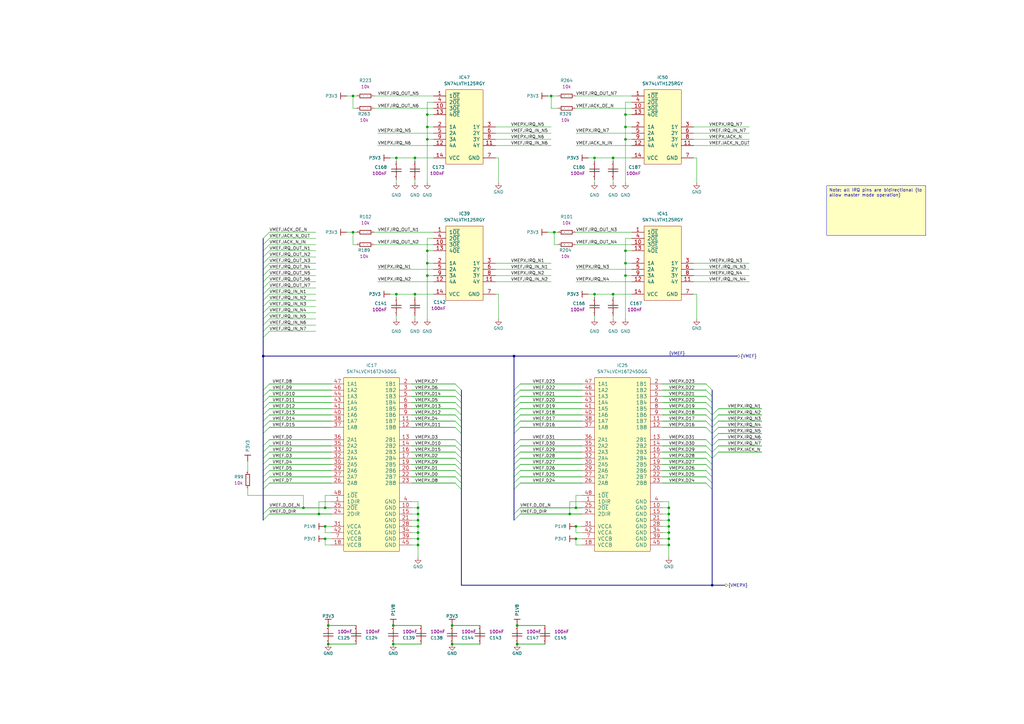
<source format=kicad_sch>
(kicad_sch (version 20250114) (generator "eeschema") (generator_version "9.0")
  (paper "A3")
  (title_block (title "VME buffers (DATA + IRQs)"))
  (text_box "Note: all IRQ pins are bidirectional (to allow master mode operation)" (at 339.09 76.2 0) (size 40.64 20.32) (margins 0.9525 0.9525 0.9525 0.9525) (fill (type color) (color 255 255 194 1)) (effects (font (size 1.27 1.27)) (justify left top)))
  (junction (at 133.35 220.98))
  (junction (at 130.81 210.82))
  (junction (at 144.78 39.37))
  (junction (at 171.45 210.82))
  (junction (at 171.45 213.36))
  (junction (at 256.54 113.03))
  (junction (at 170.18 64.77))
  (junction (at 243.84 120.65))
  (junction (at 274.32 213.36))
  (junction (at 144.78 95.25))
  (junction (at 236.22 220.98))
  (junction (at 175.26 102.87))
  (junction (at 170.18 120.65))
  (junction (at 210.82 146.05))
  (junction (at 107.95 146.05))
  (junction (at 134.62 264.16))
  (junction (at 133.35 208.28))
  (junction (at 134.62 256.54))
  (junction (at 161.29 256.54))
  (junction (at 171.45 220.98))
  (junction (at 256.54 107.95))
  (junction (at 175.26 46.99))
  (junction (at 236.22 215.9))
  (junction (at 256.54 46.99))
  (junction (at 292.1 240.03))
  (junction (at 251.46 120.65))
  (junction (at 274.32 223.52))
  (junction (at 171.45 215.9))
  (junction (at 274.32 208.28))
  (junction (at 162.56 120.65))
  (junction (at 171.45 218.44))
  (junction (at 175.26 107.95))
  (junction (at 162.56 64.77))
  (junction (at 243.84 64.77))
  (junction (at 256.54 102.87))
  (junction (at 236.22 208.28))
  (junction (at 175.26 113.03))
  (junction (at 124.46 208.28))
  (junction (at 256.54 52.07))
  (junction (at 185.42 264.16))
  (junction (at 227.33 95.25))
  (junction (at 171.45 208.28))
  (junction (at 185.42 256.54))
  (junction (at 274.32 215.9))
  (junction (at 175.26 52.07))
  (junction (at 212.09 264.16))
  (junction (at 161.29 264.16))
  (junction (at 226.06 39.37))
  (junction (at 133.35 215.9))
  (junction (at 274.32 210.82))
  (junction (at 256.54 57.15))
  (junction (at 251.46 64.77))
  (junction (at 274.32 220.98))
  (junction (at 233.68 210.82))
  (junction (at 175.26 57.15))
  (junction (at 171.45 223.52))
  (junction (at 274.32 218.44))
  (junction (at 212.09 256.54))
  (bus_entry (at 292.1 175.26) (size 2.54 -2.54))
  (bus_entry (at 210.82 210.82) (size 2.54 -2.54))
  (bus_entry (at 189.23 185.42) (size -2.54 -2.54))
  (bus_entry (at 107.95 160.02) (size 2.54 -2.54))
  (bus_entry (at 210.82 175.26) (size 2.54 -2.54))
  (bus_entry (at 107.95 120.65) (size 2.54 -2.54))
  (bus_entry (at 189.23 162.56) (size -2.54 -2.54))
  (bus_entry (at 292.1 182.88) (size 2.54 -2.54))
  (bus_entry (at 210.82 160.02) (size 2.54 -2.54))
  (bus_entry (at 292.1 193.04) (size -2.54 -2.54))
  (bus_entry (at 107.95 210.82) (size 2.54 -2.54))
  (bus_entry (at 189.23 172.72) (size -2.54 -2.54))
  (bus_entry (at 107.95 115.57) (size 2.54 -2.54))
  (bus_entry (at 189.23 170.18) (size -2.54 -2.54))
  (bus_entry (at 210.82 185.42) (size 2.54 -2.54))
  (bus_entry (at 292.1 175.26) (size -2.54 -2.54))
  (bus_entry (at 107.95 213.36) (size 2.54 -2.54))
  (bus_entry (at 189.23 195.58) (size -2.54 -2.54))
  (bus_entry (at 189.23 167.64) (size -2.54 -2.54))
  (bus_entry (at 107.95 138.43) (size 2.54 -2.54))
  (bus_entry (at 292.1 185.42) (size 2.54 -2.54))
  (bus_entry (at 107.95 200.66) (size 2.54 -2.54))
  (bus_entry (at 210.82 177.8) (size 2.54 -2.54))
  (bus_entry (at 189.23 190.5) (size -2.54 -2.54))
  (bus_entry (at 107.95 113.03) (size 2.54 -2.54))
  (bus_entry (at 292.1 170.18) (size 2.54 -2.54))
  (bus_entry (at 292.1 187.96) (size 2.54 -2.54))
  (bus_entry (at 107.95 167.64) (size 2.54 -2.54))
  (bus_entry (at 210.82 172.72) (size 2.54 -2.54))
  (bus_entry (at 292.1 187.96) (size -2.54 -2.54))
  (bus_entry (at 292.1 177.8) (size -2.54 -2.54))
  (bus_entry (at 107.95 175.26) (size 2.54 -2.54))
  (bus_entry (at 107.95 102.87) (size 2.54 -2.54))
  (bus_entry (at 292.1 162.56) (size -2.54 -2.54))
  (bus_entry (at 107.95 133.35) (size 2.54 -2.54))
  (bus_entry (at 107.95 172.72) (size 2.54 -2.54))
  (bus_entry (at 107.95 195.58) (size 2.54 -2.54))
  (bus_entry (at 107.95 128.27) (size 2.54 -2.54))
  (bus_entry (at 292.1 185.42) (size -2.54 -2.54))
  (bus_entry (at 107.95 107.95) (size 2.54 -2.54))
  (bus_entry (at 292.1 172.72) (size -2.54 -2.54))
  (bus_entry (at 292.1 200.66) (size -2.54 -2.54))
  (bus_entry (at 210.82 198.12) (size 2.54 -2.54))
  (bus_entry (at 107.95 182.88) (size 2.54 -2.54))
  (bus_entry (at 292.1 182.88) (size -2.54 -2.54))
  (bus_entry (at 210.82 193.04) (size 2.54 -2.54))
  (bus_entry (at 189.23 200.66) (size -2.54 -2.54))
  (bus_entry (at 210.82 182.88) (size 2.54 -2.54))
  (bus_entry (at 292.1 198.12) (size -2.54 -2.54))
  (bus_entry (at 107.95 125.73) (size 2.54 -2.54))
  (bus_entry (at 189.23 182.88) (size -2.54 -2.54))
  (bus_entry (at 210.82 200.66) (size 2.54 -2.54))
  (bus_entry (at 107.95 190.5) (size 2.54 -2.54))
  (bus_entry (at 189.23 198.12) (size -2.54 -2.54))
  (bus_entry (at 292.1 180.34) (size 2.54 -2.54))
  (bus_entry (at 107.95 130.81) (size 2.54 -2.54))
  (bus_entry (at 189.23 165.1) (size -2.54 -2.54))
  (bus_entry (at 189.23 160.02) (size -2.54 -2.54))
  (bus_entry (at 210.82 165.1) (size 2.54 -2.54))
  (bus_entry (at 107.95 198.12) (size 2.54 -2.54))
  (bus_entry (at 292.1 165.1) (size -2.54 -2.54))
  (bus_entry (at 292.1 170.18) (size -2.54 -2.54))
  (bus_entry (at 292.1 172.72) (size 2.54 -2.54))
  (bus_entry (at 107.95 193.04) (size 2.54 -2.54))
  (bus_entry (at 292.1 190.5) (size -2.54 -2.54))
  (bus_entry (at 107.95 105.41) (size 2.54 -2.54))
  (bus_entry (at 107.95 110.49) (size 2.54 -2.54))
  (bus_entry (at 107.95 187.96) (size 2.54 -2.54))
  (bus_entry (at 210.82 167.64) (size 2.54 -2.54))
  (bus_entry (at 189.23 193.04) (size -2.54 -2.54))
  (bus_entry (at 107.95 177.8) (size 2.54 -2.54))
  (bus_entry (at 107.95 185.42) (size 2.54 -2.54))
  (bus_entry (at 107.95 123.19) (size 2.54 -2.54))
  (bus_entry (at 189.23 175.26) (size -2.54 -2.54))
  (bus_entry (at 107.95 97.79) (size 2.54 -2.54))
  (bus_entry (at 107.95 162.56) (size 2.54 -2.54))
  (bus_entry (at 189.23 187.96) (size -2.54 -2.54))
  (bus_entry (at 107.95 135.89) (size 2.54 -2.54))
  (bus_entry (at 107.95 170.18) (size 2.54 -2.54))
  (bus_entry (at 189.23 177.8) (size -2.54 -2.54))
  (bus_entry (at 292.1 195.58) (size -2.54 -2.54))
  (bus_entry (at 107.95 118.11) (size 2.54 -2.54))
  (bus_entry (at 292.1 160.02) (size -2.54 -2.54))
  (bus_entry (at 292.1 167.64) (size -2.54 -2.54))
  (bus_entry (at 210.82 187.96) (size 2.54 -2.54))
  (bus_entry (at 210.82 195.58) (size 2.54 -2.54))
  (bus_entry (at 107.95 100.33) (size 2.54 -2.54))
  (bus_entry (at 210.82 190.5) (size 2.54 -2.54))
  (bus_entry (at 210.82 162.56) (size 2.54 -2.54))
  (bus_entry (at 292.1 177.8) (size 2.54 -2.54))
  (bus_entry (at 107.95 165.1) (size 2.54 -2.54))
  (bus_entry (at 210.82 170.18) (size 2.54 -2.54))
  (bus_entry (at 210.82 213.36) (size 2.54 -2.54))
  (wire (pts (xy 213.36 162.56) (xy 238.76 162.56)) (stroke (width 0.254)))
  (bus (pts (xy 292.1 180.34) (xy 292.1 182.88)))
  (wire (pts (xy 213.36 167.64) (xy 238.76 167.64)) (stroke (width 0.254)))
  (bus (pts (xy 210.82 170.18) (xy 210.82 167.64)))
  (wire (pts (xy 236.22 110.49) (xy 259.08 110.49)))
  (wire (pts (xy 241.3 64.77) (xy 243.84 64.77)))
  (wire (pts (xy 110.49 107.95) (xy 129.54 107.95)))
  (wire (pts (xy 171.45 205.74) (xy 171.45 208.28)))
  (wire (pts (xy 124.46 203.2) (xy 124.46 208.28)))
  (wire (pts (xy 154.94 110.49) (xy 177.8 110.49)))
  (wire (pts (xy 110.49 102.87) (xy 129.54 102.87)))
  (wire (pts (xy 110.49 160.02) (xy 135.89 160.02)) (stroke (width 0.254)))
  (wire (pts (xy 251.46 64.77) (xy 251.46 66.04)))
  (wire (pts (xy 285.75 64.77) (xy 285.75 74.93)))
  (wire (pts (xy 153.67 100.33) (xy 177.8 100.33)))
  (bus (pts (xy 107.95 123.19) (xy 107.95 125.73)))
  (wire (pts (xy 271.78 220.98) (xy 274.32 220.98)))
  (bus (pts (xy 210.82 177.8) (xy 210.82 175.26)))
  (wire (pts (xy 274.32 208.28) (xy 274.32 210.82)))
  (wire (pts (xy 271.78 223.52) (xy 274.32 223.52)))
  (wire (pts (xy 271.78 210.82) (xy 274.32 210.82)))
  (wire (pts (xy 110.49 182.88) (xy 135.89 182.88)) (stroke (width 0.254)))
  (wire (pts (xy 110.49 115.57) (xy 129.54 115.57)))
  (wire (pts (xy 213.36 187.96) (xy 238.76 187.96)) (stroke (width 0.254)))
  (wire (pts (xy 238.76 205.74) (xy 233.68 205.74)))
  (wire (pts (xy 144.78 100.33) (xy 144.78 95.25)))
  (bus (pts (xy 210.82 187.96) (xy 210.82 185.42)))
  (wire (pts (xy 284.48 113.03) (xy 307.34 113.03)))
  (wire (pts (xy 170.18 129.54) (xy 170.18 130.81)))
  (wire (pts (xy 110.49 180.34) (xy 135.89 180.34)) (stroke (width 0.254)))
  (wire (pts (xy 110.49 170.18) (xy 135.89 170.18)) (stroke (width 0.254)))
  (bus (pts (xy 107.95 97.79) (xy 107.95 100.33)))
  (wire (pts (xy 259.08 102.87) (xy 256.54 102.87)))
  (wire (pts (xy 171.45 213.36) (xy 171.45 215.9)))
  (wire (pts (xy 168.91 170.18) (xy 186.69 170.18)) (stroke (width 0.254)))
  (wire (pts (xy 256.54 46.99) (xy 256.54 41.91)))
  (wire (pts (xy 259.08 107.95) (xy 256.54 107.95)))
  (wire (pts (xy 144.78 95.25) (xy 142.24 95.25)))
  (wire (pts (xy 110.49 130.81) (xy 129.54 130.81)))
  (wire (pts (xy 284.48 57.15) (xy 307.34 57.15)))
  (wire (pts (xy 271.78 205.74) (xy 274.32 205.74)))
  (wire (pts (xy 256.54 102.87) (xy 256.54 107.95)))
  (bus (pts (xy 107.95 110.49) (xy 107.95 113.03)))
  (wire (pts (xy 168.91 157.48) (xy 186.69 157.48)) (stroke (width 0.254)))
  (bus (pts (xy 107.95 130.81) (xy 107.95 133.35)))
  (bus (pts (xy 189.23 177.8) (xy 189.23 182.88)))
  (wire (pts (xy 274.32 210.82) (xy 274.32 213.36)))
  (wire (pts (xy 256.54 57.15) (xy 256.54 74.93)))
  (wire (pts (xy 170.18 120.65) (xy 170.18 121.92)))
  (wire (pts (xy 271.78 172.72) (xy 289.56 172.72)) (stroke (width 0.254)))
  (wire (pts (xy 256.54 107.95) (xy 256.54 113.03)))
  (bus (pts (xy 107.95 170.18) (xy 107.95 172.72)))
  (wire (pts (xy 144.78 44.45) (xy 144.78 39.37)))
  (wire (pts (xy 154.94 115.57) (xy 177.8 115.57)))
  (wire (pts (xy 213.36 157.48) (xy 238.76 157.48)) (stroke (width 0.254)))
  (wire (pts (xy 271.78 162.56) (xy 289.56 162.56)) (stroke (width 0.254)))
  (bus (pts (xy 189.23 165.1) (xy 189.23 167.64)))
  (wire (pts (xy 175.26 107.95) (xy 175.26 113.03)))
  (bus (pts (xy 292.1 170.18) (xy 292.1 172.72)))
  (wire (pts (xy 236.22 39.37) (xy 259.08 39.37)))
  (bus (pts (xy 107.95 160.02) (xy 107.95 162.56)))
  (wire (pts (xy 238.76 218.44) (xy 236.22 218.44)))
  (wire (pts (xy 170.18 120.65) (xy 177.8 120.65)))
  (wire (pts (xy 284.48 110.49) (xy 307.34 110.49)))
  (bus (pts (xy 107.95 165.1) (xy 107.95 167.64)))
  (bus (pts (xy 292.1 195.58) (xy 292.1 198.12)))
  (bus (pts (xy 107.95 172.72) (xy 107.95 175.26)))
  (wire (pts (xy 144.78 39.37) (xy 142.24 39.37)))
  (wire (pts (xy 238.76 220.98) (xy 236.22 220.98)))
  (wire (pts (xy 284.48 107.95) (xy 307.34 107.95)))
  (wire (pts (xy 236.22 208.28) (xy 238.76 208.28)) (stroke (width 0.254)))
  (wire (pts (xy 110.49 118.11) (xy 129.54 118.11)))
  (bus (pts (xy 292.1 185.42) (xy 292.1 187.96)))
  (wire (pts (xy 168.91 210.82) (xy 171.45 210.82)))
  (bus (pts (xy 210.82 195.58) (xy 210.82 193.04)))
  (wire (pts (xy 110.49 125.73) (xy 129.54 125.73)))
  (wire (pts (xy 284.48 64.77) (xy 285.75 64.77)))
  (wire (pts (xy 162.56 129.54) (xy 162.56 130.81)))
  (wire (pts (xy 243.84 120.65) (xy 243.84 121.92)))
  (wire (pts (xy 236.22 100.33) (xy 259.08 100.33)))
  (wire (pts (xy 204.47 64.77) (xy 204.47 74.93)))
  (wire (pts (xy 271.78 218.44) (xy 274.32 218.44)))
  (wire (pts (xy 312.42 172.72) (xy 294.64 172.72)) (stroke (width 0.254)))
  (bus (pts (xy 107.95 195.58) (xy 107.95 198.12)))
  (wire (pts (xy 168.91 198.12) (xy 186.69 198.12)) (stroke (width 0.254)))
  (bus (pts (xy 292.1 200.66) (xy 292.1 240.03)))
  (bus (pts (xy 107.95 146.05) (xy 210.82 146.05)))
  (wire (pts (xy 203.2 110.49) (xy 226.06 110.49)))
  (wire (pts (xy 213.36 185.42) (xy 238.76 185.42)) (stroke (width 0.254)))
  (wire (pts (xy 177.8 52.07) (xy 175.26 52.07)))
  (wire (pts (xy 285.75 120.65) (xy 285.75 130.81)))
  (wire (pts (xy 213.36 170.18) (xy 238.76 170.18)) (stroke (width 0.254)))
  (wire (pts (xy 271.78 175.26) (xy 289.56 175.26)) (stroke (width 0.254)))
  (bus (pts (xy 210.82 162.56) (xy 210.82 160.02)))
  (wire (pts (xy 110.49 185.42) (xy 135.89 185.42)) (stroke (width 0.254)))
  (wire (pts (xy 271.78 193.04) (xy 289.56 193.04)) (stroke (width 0.254)))
  (wire (pts (xy 271.78 160.02) (xy 289.56 160.02)) (stroke (width 0.254)))
  (bus (pts (xy 189.23 182.88) (xy 189.23 185.42)))
  (wire (pts (xy 175.26 46.99) (xy 175.26 52.07)))
  (wire (pts (xy 153.67 39.37) (xy 177.8 39.37)))
  (wire (pts (xy 259.08 46.99) (xy 256.54 46.99)))
  (wire (pts (xy 203.2 113.03) (xy 226.06 113.03)))
  (wire (pts (xy 110.49 97.79) (xy 129.54 97.79)))
  (bus (pts (xy 107.95 113.03) (xy 107.95 115.57)))
  (wire (pts (xy 170.18 64.77) (xy 170.18 66.04)))
  (bus (pts (xy 107.95 185.42) (xy 107.95 187.96)))
  (wire (pts (xy 168.91 182.88) (xy 186.69 182.88)) (stroke (width 0.254)))
  (bus (pts (xy 107.95 182.88) (xy 107.95 185.42)))
  (wire (pts (xy 274.32 220.98) (xy 274.32 223.52)))
  (wire (pts (xy 236.22 203.2) (xy 236.22 208.28)))
  (wire (pts (xy 256.54 97.79) (xy 259.08 97.79)))
  (bus (pts (xy 189.23 172.72) (xy 189.23 175.26)))
  (wire (pts (xy 133.35 203.2) (xy 133.35 208.28)))
  (wire (pts (xy 168.91 162.56) (xy 186.69 162.56)) (stroke (width 0.254)))
  (bus (pts (xy 292.1 198.12) (xy 292.1 200.66)))
  (wire (pts (xy 236.22 223.52) (xy 238.76 223.52)))
  (wire (pts (xy 162.56 120.65) (xy 170.18 120.65)))
  (wire (pts (xy 175.26 102.87) (xy 175.26 97.79)))
  (wire (pts (xy 224.79 39.37) (xy 226.06 39.37)))
  (wire (pts (xy 256.54 46.99) (xy 256.54 52.07)))
  (wire (pts (xy 213.36 193.04) (xy 238.76 193.04)) (stroke (width 0.254)))
  (wire (pts (xy 243.84 120.65) (xy 251.46 120.65)))
  (wire (pts (xy 133.35 220.98) (xy 133.35 223.52)))
  (wire (pts (xy 168.91 208.28) (xy 171.45 208.28)))
  (wire (pts (xy 168.91 193.04) (xy 186.69 193.04)) (stroke (width 0.254)))
  (wire (pts (xy 274.32 215.9) (xy 274.32 218.44)))
  (wire (pts (xy 110.49 195.58) (xy 135.89 195.58)) (stroke (width 0.254)))
  (wire (pts (xy 133.35 208.28) (xy 135.89 208.28)) (stroke (width 0.254)))
  (wire (pts (xy 236.22 218.44) (xy 236.22 215.9)))
  (wire (pts (xy 213.36 210.82) (xy 233.68 210.82)) (stroke (width 0.254)))
  (bus (pts (xy 292.1 187.96) (xy 292.1 190.5)))
  (wire (pts (xy 312.42 167.64) (xy 294.64 167.64)) (stroke (width 0.254)))
  (wire (pts (xy 175.26 52.07) (xy 175.26 57.15)))
  (bus (pts (xy 210.82 146.05) (xy 302.26 146.05)))
  (wire (pts (xy 256.54 41.91) (xy 259.08 41.91)))
  (bus (pts (xy 210.82 182.88) (xy 210.82 177.8)))
  (wire (pts (xy 110.49 113.03) (xy 129.54 113.03)))
  (wire (pts (xy 168.91 172.72) (xy 186.69 172.72)) (stroke (width 0.254)))
  (wire (pts (xy 130.81 205.74) (xy 130.81 210.82)))
  (bus (pts (xy 107.95 177.8) (xy 107.95 182.88)))
  (wire (pts (xy 203.2 57.15) (xy 226.06 57.15)))
  (wire (pts (xy 110.49 105.41) (xy 129.54 105.41)))
  (wire (pts (xy 124.46 208.28) (xy 133.35 208.28)) (stroke (width 0.254)))
  (wire (pts (xy 256.54 113.03) (xy 259.08 113.03)))
  (wire (pts (xy 171.45 208.28) (xy 171.45 210.82)))
  (wire (pts (xy 271.78 167.64) (xy 289.56 167.64)) (stroke (width 0.254)))
  (bus (pts (xy 189.23 185.42) (xy 189.23 187.96)))
  (bus (pts (xy 210.82 175.26) (xy 210.82 172.72)))
  (wire (pts (xy 213.36 180.34) (xy 238.76 180.34)) (stroke (width 0.254)))
  (wire (pts (xy 226.06 39.37) (xy 226.06 44.45)))
  (wire (pts (xy 271.78 195.58) (xy 289.56 195.58)) (stroke (width 0.254)))
  (wire (pts (xy 271.78 182.88) (xy 289.56 182.88)) (stroke (width 0.254)))
  (wire (pts (xy 177.8 107.95) (xy 175.26 107.95)))
  (wire (pts (xy 271.78 198.12) (xy 289.56 198.12)) (stroke (width 0.254)))
  (wire (pts (xy 162.56 64.77) (xy 170.18 64.77)))
  (wire (pts (xy 271.78 213.36) (xy 274.32 213.36)))
  (wire (pts (xy 256.54 52.07) (xy 256.54 57.15)))
  (wire (pts (xy 256.54 102.87) (xy 256.54 97.79)))
  (wire (pts (xy 251.46 120.65) (xy 259.08 120.65)))
  (bus (pts (xy 210.82 167.64) (xy 210.82 165.1)))
  (bus (pts (xy 107.95 107.95) (xy 107.95 110.49)))
  (wire (pts (xy 171.45 223.52) (xy 171.45 228.6)))
  (wire (pts (xy 170.18 73.66) (xy 170.18 74.93)))
  (wire (pts (xy 110.49 167.64) (xy 135.89 167.64)) (stroke (width 0.254)))
  (wire (pts (xy 110.49 187.96) (xy 135.89 187.96)) (stroke (width 0.254)))
  (bus (pts (xy 292.1 240.03) (xy 297.18 240.03)))
  (wire (pts (xy 243.84 129.54) (xy 243.84 130.81)))
  (bus (pts (xy 292.1 160.02) (xy 292.1 162.56)))
  (wire (pts (xy 160.02 120.65) (xy 162.56 120.65)))
  (bus (pts (xy 107.95 102.87) (xy 107.95 105.41)))
  (wire (pts (xy 168.91 195.58) (xy 186.69 195.58)) (stroke (width 0.254)))
  (wire (pts (xy 251.46 120.65) (xy 251.46 121.92)))
  (wire (pts (xy 185.42 256.54) (xy 196.85 256.54)) (stroke (width 0.254)))
  (wire (pts (xy 171.45 205.74) (xy 168.91 205.74)))
  (wire (pts (xy 213.36 165.1) (xy 238.76 165.1)) (stroke (width 0.254)))
  (wire (pts (xy 236.22 220.98) (xy 236.22 223.52)))
  (wire (pts (xy 203.2 54.61) (xy 226.06 54.61)))
  (bus (pts (xy 107.95 118.11) (xy 107.95 120.65)))
  (wire (pts (xy 271.78 208.28) (xy 274.32 208.28)))
  (wire (pts (xy 168.91 160.02) (xy 186.69 160.02)) (stroke (width 0.254)))
  (wire (pts (xy 212.09 256.54) (xy 223.52 256.54)) (stroke (width 0.254)))
  (wire (pts (xy 271.78 190.5) (xy 289.56 190.5)) (stroke (width 0.254)))
  (wire (pts (xy 213.36 160.02) (xy 238.76 160.02)) (stroke (width 0.254)))
  (wire (pts (xy 110.49 120.65) (xy 129.54 120.65)))
  (wire (pts (xy 101.6 189.23) (xy 101.6 193.04)))
  (wire (pts (xy 146.05 39.37) (xy 144.78 39.37)))
  (wire (pts (xy 233.68 205.74) (xy 233.68 210.82)))
  (wire (pts (xy 241.3 120.65) (xy 243.84 120.65)))
  (wire (pts (xy 110.49 172.72) (xy 135.89 172.72)) (stroke (width 0.254)))
  (wire (pts (xy 228.6 95.25) (xy 227.33 95.25)))
  (wire (pts (xy 271.78 157.48) (xy 289.56 157.48)) (stroke (width 0.254)))
  (wire (pts (xy 168.91 213.36) (xy 171.45 213.36)))
  (wire (pts (xy 110.49 162.56) (xy 135.89 162.56)) (stroke (width 0.254)))
  (wire (pts (xy 284.48 52.07) (xy 307.34 52.07)))
  (bus (pts (xy 210.82 198.12) (xy 210.82 195.58)))
  (bus (pts (xy 189.23 170.18) (xy 189.23 172.72)))
  (wire (pts (xy 175.26 113.03) (xy 175.26 130.81)))
  (wire (pts (xy 110.49 208.28) (xy 124.46 208.28)) (stroke (width 0.254)))
  (wire (pts (xy 135.89 205.74) (xy 130.81 205.74)))
  (bus (pts (xy 189.23 190.5) (xy 189.23 193.04)))
  (wire (pts (xy 134.62 256.54) (xy 146.05 256.54)) (stroke (width 0.254)))
  (bus (pts (xy 107.95 128.27) (xy 107.95 130.81)))
  (wire (pts (xy 110.49 123.19) (xy 129.54 123.19)))
  (bus (pts (xy 292.1 175.26) (xy 292.1 177.8)))
  (wire (pts (xy 133.35 218.44) (xy 133.35 215.9)))
  (wire (pts (xy 212.09 264.16) (xy 223.52 264.16)) (stroke (width 0.254)))
  (wire (pts (xy 256.54 57.15) (xy 259.08 57.15)))
  (wire (pts (xy 133.35 223.52) (xy 135.89 223.52)))
  (bus (pts (xy 210.82 210.82) (xy 210.82 200.66)))
  (wire (pts (xy 160.02 64.77) (xy 162.56 64.77)))
  (bus (pts (xy 107.95 167.64) (xy 107.95 170.18)))
  (wire (pts (xy 161.29 264.16) (xy 172.72 264.16)) (stroke (width 0.254)))
  (bus (pts (xy 189.23 195.58) (xy 189.23 198.12)))
  (bus (pts (xy 292.1 167.64) (xy 292.1 170.18)))
  (wire (pts (xy 271.78 170.18) (xy 289.56 170.18)) (stroke (width 0.254)))
  (wire (pts (xy 312.42 177.8) (xy 294.64 177.8)) (stroke (width 0.254)))
  (wire (pts (xy 110.49 210.82) (xy 130.81 210.82)) (stroke (width 0.254)))
  (wire (pts (xy 236.22 54.61) (xy 259.08 54.61)))
  (bus (pts (xy 210.82 200.66) (xy 210.82 198.12)))
  (bus (pts (xy 292.1 177.8) (xy 292.1 180.34)))
  (bus (pts (xy 210.82 190.5) (xy 210.82 187.96)))
  (bus (pts (xy 189.23 198.12) (xy 189.23 200.66)))
  (wire (pts (xy 284.48 115.57) (xy 307.34 115.57)))
  (wire (pts (xy 110.49 193.04) (xy 135.89 193.04)) (stroke (width 0.254)))
  (wire (pts (xy 154.94 54.61) (xy 177.8 54.61)))
  (wire (pts (xy 312.42 170.18) (xy 294.64 170.18)) (stroke (width 0.254)))
  (wire (pts (xy 133.35 215.9) (xy 135.89 215.9)))
  (wire (pts (xy 251.46 129.54) (xy 251.46 130.81)))
  (wire (pts (xy 185.42 264.16) (xy 196.85 264.16)) (stroke (width 0.254)))
  (wire (pts (xy 135.89 203.2) (xy 133.35 203.2)))
  (wire (pts (xy 170.18 64.77) (xy 177.8 64.77)))
  (wire (pts (xy 171.45 215.9) (xy 171.45 218.44)))
  (wire (pts (xy 213.36 208.28) (xy 236.22 208.28)) (stroke (width 0.254)))
  (bus (pts (xy 107.95 135.89) (xy 107.95 138.43)))
  (wire (pts (xy 168.91 180.34) (xy 186.69 180.34)) (stroke (width 0.254)))
  (wire (pts (xy 110.49 95.25) (xy 129.54 95.25)))
  (bus (pts (xy 189.23 200.66) (xy 189.23 240.03)))
  (wire (pts (xy 227.33 95.25) (xy 224.79 95.25)))
  (wire (pts (xy 175.26 102.87) (xy 175.26 107.95)))
  (bus (pts (xy 210.82 172.72) (xy 210.82 170.18)))
  (wire (pts (xy 175.26 57.15) (xy 175.26 74.93)))
  (wire (pts (xy 203.2 64.77) (xy 204.47 64.77)))
  (bus (pts (xy 107.95 193.04) (xy 107.95 195.58)))
  (wire (pts (xy 101.6 203.2) (xy 124.46 203.2)))
  (bus (pts (xy 107.95 175.26) (xy 107.95 177.8)))
  (bus (pts (xy 189.23 240.03) (xy 292.1 240.03)))
  (wire (pts (xy 203.2 115.57) (xy 226.06 115.57)))
  (wire (pts (xy 226.06 44.45) (xy 228.6 44.45)))
  (wire (pts (xy 168.91 175.26) (xy 186.69 175.26)) (stroke (width 0.254)))
  (bus (pts (xy 189.23 175.26) (xy 189.23 177.8)))
  (wire (pts (xy 135.89 220.98) (xy 133.35 220.98)))
  (bus (pts (xy 107.95 105.41) (xy 107.95 107.95)))
  (wire (pts (xy 213.36 182.88) (xy 238.76 182.88)) (stroke (width 0.254)))
  (wire (pts (xy 243.84 64.77) (xy 243.84 66.04)))
  (bus (pts (xy 210.82 213.36) (xy 210.82 210.82)))
  (bus (pts (xy 189.23 167.64) (xy 189.23 170.18)))
  (wire (pts (xy 204.47 120.65) (xy 204.47 130.81)))
  (wire (pts (xy 236.22 59.69) (xy 259.08 59.69)))
  (wire (pts (xy 162.56 120.65) (xy 162.56 121.92)))
  (bus (pts (xy 292.1 165.1) (xy 292.1 167.64)))
  (wire (pts (xy 233.68 210.82) (xy 238.76 210.82)) (stroke (width 0.254)))
  (bus (pts (xy 107.95 190.5) (xy 107.95 193.04)))
  (wire (pts (xy 162.56 64.77) (xy 162.56 66.04)))
  (wire (pts (xy 161.29 256.54) (xy 172.72 256.54)) (stroke (width 0.254)))
  (bus (pts (xy 107.95 125.73) (xy 107.95 128.27)))
  (wire (pts (xy 271.78 165.1) (xy 289.56 165.1)) (stroke (width 0.254)))
  (wire (pts (xy 284.48 120.65) (xy 285.75 120.65)))
  (wire (pts (xy 203.2 120.65) (xy 204.47 120.65)))
  (wire (pts (xy 168.91 167.64) (xy 186.69 167.64)) (stroke (width 0.254)))
  (wire (pts (xy 110.49 165.1) (xy 135.89 165.1)) (stroke (width 0.254)))
  (wire (pts (xy 259.08 52.07) (xy 256.54 52.07)))
  (wire (pts (xy 110.49 100.33) (xy 129.54 100.33)))
  (wire (pts (xy 177.8 46.99) (xy 175.26 46.99)))
  (wire (pts (xy 236.22 95.25) (xy 259.08 95.25)))
  (bus (pts (xy 107.95 115.57) (xy 107.95 118.11)))
  (bus (pts (xy 292.1 193.04) (xy 292.1 195.58)))
  (wire (pts (xy 271.78 187.96) (xy 289.56 187.96)) (stroke (width 0.254)))
  (wire (pts (xy 213.36 195.58) (xy 238.76 195.58)) (stroke (width 0.254)))
  (wire (pts (xy 168.91 190.5) (xy 186.69 190.5)) (stroke (width 0.254)))
  (wire (pts (xy 213.36 175.26) (xy 238.76 175.26)) (stroke (width 0.254)))
  (wire (pts (xy 226.06 39.37) (xy 228.6 39.37)))
  (wire (pts (xy 274.32 213.36) (xy 274.32 215.9)))
  (wire (pts (xy 110.49 198.12) (xy 135.89 198.12)) (stroke (width 0.254)))
  (bus (pts (xy 189.23 193.04) (xy 189.23 195.58)))
  (bus (pts (xy 210.82 160.02) (xy 210.82 146.05)))
  (wire (pts (xy 134.62 264.16) (xy 146.05 264.16)) (stroke (width 0.254)))
  (wire (pts (xy 110.49 110.49) (xy 129.54 110.49)))
  (wire (pts (xy 175.26 41.91) (xy 177.8 41.91)))
  (bus (pts (xy 292.1 172.72) (xy 292.1 175.26)))
  (wire (pts (xy 110.49 157.48) (xy 135.89 157.48)) (stroke (width 0.254)))
  (bus (pts (xy 107.95 210.82) (xy 107.95 213.36)))
  (wire (pts (xy 243.84 64.77) (xy 251.46 64.77)))
  (bus (pts (xy 189.23 162.56) (xy 189.23 165.1)))
  (wire (pts (xy 110.49 135.89) (xy 129.54 135.89)))
  (wire (pts (xy 238.76 203.2) (xy 236.22 203.2)))
  (bus (pts (xy 189.23 160.02) (xy 189.23 162.56)))
  (wire (pts (xy 171.45 210.82) (xy 171.45 213.36)))
  (bus (pts (xy 107.95 187.96) (xy 107.95 190.5)))
  (wire (pts (xy 168.91 218.44) (xy 171.45 218.44)))
  (wire (pts (xy 130.81 210.82) (xy 135.89 210.82)) (stroke (width 0.254)))
  (wire (pts (xy 101.6 200.66) (xy 101.6 203.2)))
  (wire (pts (xy 110.49 133.35) (xy 129.54 133.35)))
  (wire (pts (xy 236.22 215.9) (xy 238.76 215.9)))
  (wire (pts (xy 227.33 100.33) (xy 227.33 95.25)))
  (wire (pts (xy 243.84 73.66) (xy 243.84 74.93)))
  (wire (pts (xy 284.48 59.69) (xy 307.34 59.69)))
  (wire (pts (xy 284.48 54.61) (xy 307.34 54.61)))
  (bus (pts (xy 107.95 138.43) (xy 107.95 146.05)))
  (bus (pts (xy 107.95 100.33) (xy 107.95 102.87)))
  (wire (pts (xy 312.42 175.26) (xy 294.64 175.26)) (stroke (width 0.254)))
  (wire (pts (xy 168.91 223.52) (xy 171.45 223.52)))
  (wire (pts (xy 110.49 128.27) (xy 129.54 128.27)))
  (bus (pts (xy 107.95 146.05) (xy 107.95 160.02)))
  (wire (pts (xy 153.67 95.25) (xy 177.8 95.25)))
  (bus (pts (xy 107.95 120.65) (xy 107.95 123.19)))
  (bus (pts (xy 292.1 162.56) (xy 292.1 165.1)))
  (wire (pts (xy 135.89 218.44) (xy 133.35 218.44)))
  (wire (pts (xy 110.49 175.26) (xy 135.89 175.26)) (stroke (width 0.254)))
  (wire (pts (xy 203.2 59.69) (xy 226.06 59.69)))
  (bus (pts (xy 189.23 187.96) (xy 189.23 190.5)))
  (wire (pts (xy 271.78 185.42) (xy 289.56 185.42)) (stroke (width 0.254)))
  (wire (pts (xy 168.91 187.96) (xy 186.69 187.96)) (stroke (width 0.254)))
  (wire (pts (xy 162.56 73.66) (xy 162.56 74.93)))
  (wire (pts (xy 168.91 185.42) (xy 186.69 185.42)) (stroke (width 0.254)))
  (wire (pts (xy 236.22 115.57) (xy 259.08 115.57)))
  (wire (pts (xy 274.32 205.74) (xy 274.32 208.28)))
  (wire (pts (xy 146.05 95.25) (xy 144.78 95.25)))
  (wire (pts (xy 177.8 102.87) (xy 175.26 102.87)))
  (wire (pts (xy 228.6 100.33) (xy 227.33 100.33)))
  (wire (pts (xy 203.2 107.95) (xy 226.06 107.95)))
  (wire (pts (xy 168.91 220.98) (xy 171.45 220.98)))
  (wire (pts (xy 271.78 180.34) (xy 289.56 180.34)) (stroke (width 0.254)))
  (wire (pts (xy 271.78 215.9) (xy 274.32 215.9)))
  (bus (pts (xy 107.95 133.35) (xy 107.95 135.89)))
  (bus (pts (xy 210.82 185.42) (xy 210.82 182.88)))
  (bus (pts (xy 292.1 182.88) (xy 292.1 185.42)))
  (bus (pts (xy 107.95 162.56) (xy 107.95 165.1)))
  (wire (pts (xy 312.42 185.42) (xy 294.64 185.42)) (stroke (width 0.254)))
  (bus (pts (xy 210.82 193.04) (xy 210.82 190.5)))
  (wire (pts (xy 203.2 52.07) (xy 226.06 52.07)))
  (wire (pts (xy 274.32 223.52) (xy 274.32 228.6)))
  (wire (pts (xy 110.49 190.5) (xy 135.89 190.5)) (stroke (width 0.254)))
  (wire (pts (xy 175.26 46.99) (xy 175.26 41.91)))
  (wire (pts (xy 168.91 165.1) (xy 186.69 165.1)) (stroke (width 0.254)))
  (wire (pts (xy 146.05 44.45) (xy 144.78 44.45)))
  (wire (pts (xy 236.22 44.45) (xy 259.08 44.45)))
  (wire (pts (xy 213.36 190.5) (xy 238.76 190.5)) (stroke (width 0.254)))
  (wire (pts (xy 274.32 218.44) (xy 274.32 220.98)))
  (wire (pts (xy 154.94 59.69) (xy 177.8 59.69)))
  (wire (pts (xy 213.36 198.12) (xy 238.76 198.12)) (stroke (width 0.254)))
  (wire (pts (xy 168.91 215.9) (xy 171.45 215.9)))
  (wire (pts (xy 251.46 73.66) (xy 251.46 74.93)))
  (wire (pts (xy 213.36 172.72) (xy 238.76 172.72)) (stroke (width 0.254)))
  (wire (pts (xy 153.67 44.45) (xy 177.8 44.45)))
  (bus (pts (xy 292.1 190.5) (xy 292.1 193.04)))
  (wire (pts (xy 146.05 100.33) (xy 144.78 100.33)))
  (bus (pts (xy 107.95 200.66) (xy 107.95 210.82)))
  (wire (pts (xy 171.45 218.44) (xy 171.45 220.98)))
  (wire (pts (xy 312.42 182.88) (xy 294.64 182.88)) (stroke (width 0.254)))
  (wire (pts (xy 171.45 220.98) (xy 171.45 223.52)))
  (wire (pts (xy 175.26 57.15) (xy 177.8 57.15)))
  (wire (pts (xy 175.26 97.79) (xy 177.8 97.79)))
  (wire (pts (xy 175.26 113.03) (xy 177.8 113.03)))
  (wire (pts (xy 256.54 113.03) (xy 256.54 130.81)))
  (bus (pts (xy 210.82 165.1) (xy 210.82 162.56)))
  (bus (pts (xy 107.95 198.12) (xy 107.95 200.66)))
  (wire (pts (xy 251.46 64.77) (xy 259.08 64.77)))
  (wire (pts (xy 312.42 180.34) (xy 294.64 180.34)) (stroke (width 0.254)))
  (label "VMEF.D13" (at 111.76 170.18 0))
  (label "VMEPX.D30" (at 274.32 182.88 0))
  (label "VMEPX.IRQ_N6" (at 209.55 57.15 0))
  (label "VMEF.D15" (at 111.76 175.26 0))
  (label "VMEPX.IRQ_N3" (at 298.45 172.72 0))
  (label "VMEPX.IRQ_N4" (at 290.83 113.03 0))
  (label "VMEPX.D4" (at 170.18 172.72 0))
  (label "VMEF.IRQ_OUT_N1" (at 154.94 95.25 0))
  (label "VMEPX.IRQ_N1" (at 209.55 107.95 0))
  (label "VMEF.IACK_N_IN" (at 110.49 100.33 0))
  (label "VMEF.IRQ_OUT_N7" (at 110.49 118.11 0))
  (label "VMEF.IRQ_OUT_N7" (at 236.22 39.37 0))
  (label "VMEF.IRQ_IN_N2" (at 110.49 123.19 0))
  (label "VMEF.IRQ_IN_N6" (at 209.55 59.69 0))
  (label "VMEF.D3" (at 111.76 187.96 0))
  (label "VMEPX.D31" (at 274.32 180.34 0))
  (label "VMEPX.IACK_N" (at 298.45 185.42 0))
  (label "VMEF.IRQ_OUT_N2" (at 154.94 100.33 0))
  (label "VMEF.IRQ_IN_N5" (at 110.49 130.81 0))
  (label "VMEF.D21" (at 218.44 162.56 0))
  (label "VMEPX.D17" (at 274.32 172.72 0))
  (label "VMEF.D18" (at 218.44 170.18 0))
  (label "VMEF.IRQ_OUT_N3" (at 236.22 95.25 0))
  (label "VMEF.D14" (at 111.76 172.72 0))
  (label "VMEF.D17" (at 218.44 172.72 0))
  (label "VMEF.IRQ_OUT_N1" (at 110.49 102.87 0))
  (label "VMEPX.D8" (at 170.18 198.12 0))
  (label "VMEPX.D12" (at 170.18 170.18 0))
  (label "VMEF.D10" (at 111.76 162.56 0))
  (label "VMEF.IRQ_IN_N7" (at 110.49 135.89 0))
  (label "VMEF.IRQ_OUT_N4" (at 110.49 110.49 0))
  (label "VMEF.IRQ_IN_N4" (at 110.49 128.27 0))
  (label "VMEPX.D23" (at 274.32 157.48 0))
  (label "VMEPX.IRQ_N3" (at 236.22 110.49 0))
  (label "VMEF.D29" (at 218.44 185.42 0))
  (label "VMEF.IRQ_IN_N4" (at 290.83 115.57 0))
  (label "VMEPX.IACK_N" (at 290.83 57.15 0))
  (label "VMEPX.D21" (at 274.32 162.56 0))
  (label "VMEPX.D3" (at 170.18 180.34 0))
  (label "VMEF.D11" (at 111.76 165.1 0))
  (label "VMEPX.IRQ_N7" (at 298.45 182.88 0))
  (label "VMEF.IRQ_IN_N1" (at 110.49 120.65 0))
  (label "VMEF.D_DIR" (at 110.49 210.82 0))
  (label "VMEF.IRQ_IN_N3" (at 290.83 110.49 0))
  (label "VMEF.D19" (at 218.44 167.64 0))
  (label "VMEPX.D27" (at 274.32 190.5 0))
  (label "VMEF.D0" (at 111.76 180.34 0))
  (label "VMEPX.IRQ_N6" (at 154.94 59.69 0))
  (label "VMEPX.IRQ_N7" (at 236.22 54.61 0))
  (label "VMEPX.D10" (at 170.18 182.88 0))
  (label "VMEPX.D2" (at 170.18 187.96 0))
  (label "VMEF.D22" (at 218.44 160.02 0))
  (label "VMEF.IRQ_OUT_N2" (at 110.49 105.41 0))
  (label "VMEF.D25" (at 218.44 195.58 0))
  (label "VMEPX.D16" (at 274.32 175.26 0))
  (label "VMEPX.D14" (at 170.18 162.56 0))
  (label "VMEPX.D29" (at 274.32 185.42 0))
  (label "VMEF.D5" (at 111.76 193.04 0))
  (label "VMEPX.D7" (at 170.18 157.48 0))
  (label "VMEF.D9" (at 111.76 160.02 0))
  (label "VMEF.D23" (at 218.44 157.48 0))
  (label "VMEF.D7" (at 111.76 198.12 0))
  (label "VMEF.IRQ_IN_N5" (at 209.55 54.61 0))
  (label "VMEPX.IRQ_N1" (at 298.45 167.64 0))
  (label "VMEPX.D20" (at 274.32 165.1 0))
  (label "VMEPX.D1" (at 170.18 193.04 0))
  (label "VMEF.D26" (at 218.44 193.04 0))
  (label "VMEF.IRQ_IN_N2" (at 209.55 115.57 0))
  (label "VMEPX.D11" (at 170.18 175.26 0))
  (label "VMEF.IRQ_OUT_N3" (at 110.49 107.95 0))
  (label "VMEF.IACK_N_IN" (at 236.22 59.69 0))
  (label "VMEF.D2" (at 111.76 185.42 0))
  (label "VMEF.D1" (at 111.76 182.88 0))
  (label "VMEF.D20" (at 218.44 165.1 0))
  (label "VMEF.IRQ_OUT_N6" (at 110.49 115.57 0))
  (label "VMEPX.IRQ_N6" (at 298.45 180.34 0))
  (label "VMEPX.D15" (at 170.18 185.42 0))
  (label "VMEF.IRQ_OUT_N5" (at 110.49 113.03 0))
  (label "VMEF.IRQ_IN_N6" (at 110.49 133.35 0))
  (label "VMEF.IACK_OE_N" (at 110.49 95.25 0))
  (label "VMEF.D30" (at 218.44 182.88 0))
  (label "VMEPX.IRQ_N2" (at 209.55 113.03 0))
  (label "VMEF.D_DIR" (at 213.36 210.82 0))
  (label "VMEPX.D28" (at 274.32 187.96 0))
  (label "VMEPX.IRQ_N2" (at 154.94 115.57 0))
  (label "VMEF.IRQ_IN_N1" (at 209.55 110.49 0))
  (label "VMEPX.IRQ_N1" (at 154.94 110.49 0))
  (label "VMEPX.IRQ_N5" (at 154.94 54.61 0))
  (label "VMEPX.IRQ_N3" (at 290.83 107.95 0))
  (label "VMEF.IACK_N_OUT" (at 290.83 59.69 0))
  (label "VMEF.D_OE_N" (at 213.36 208.28 0))
  (label "VMEPX.D9" (at 170.18 190.5 0))
  (label "VMEPX.IRQ_N4" (at 298.45 175.26 0))
  (label "VMEPX.D18" (at 274.32 170.18 0))
  (label "VMEF.D6" (at 111.76 195.58 0))
  (label "VMEF.D31" (at 218.44 180.34 0))
  (label "VMEPX.D13" (at 170.18 167.64 0))
  (label "VMEF.IRQ_OUT_N5" (at 154.94 39.37 0))
  (label "VMEF.D27" (at 218.44 190.5 0))
  (label "VMEPX.D26" (at 274.32 193.04 0))
  (label "VMEF.D12" (at 111.76 167.64 0))
  (label "VMEPX.IRQ_N2" (at 298.45 170.18 0))
  (label "VMEPX.D22" (at 274.32 160.02 0))
  (label "VMEF.D28" (at 218.44 187.96 0))
  (label "VMEPX.D24" (at 274.32 198.12 0))
  (label "VMEPX.IRQ_N7" (at 290.83 52.07 0))
  (label "VMEF.D4" (at 111.76 190.5 0))
  (label "VMEPX.IRQ_N5" (at 298.45 177.8 0))
  (label "VMEPX.D5" (at 170.18 165.1 0))
  (label "VMEPX.IRQ_N5" (at 209.55 52.07 0))
  (label "VMEPX.D0" (at 170.18 195.58 0))
  (label "{VMEF}" (at 274.32 146.05 0))
  (label "VMEF.IRQ_IN_N3" (at 110.49 125.73 0))
  (label "VMEF.D24" (at 218.44 198.12 0))
  (label "VMEF.IRQ_OUT_N4" (at 236.22 100.33 0))
  (label "VMEPX.D25" (at 274.32 195.58 0))
  (label "VMEF.IRQ_IN_N7" (at 290.83 54.61 0))
  (label "VMEF.IACK_OE_N" (at 236.22 44.45 0))
  (label "VMEF.D16" (at 218.44 175.26 0))
  (label "VMEF.IRQ_OUT_N6" (at 154.94 44.45 0))
  (label "VMEPX.D6" (at 170.18 160.02 0))
  (label "VMEF.IACK_N_OUT" (at 110.49 97.79 0))
  (label "VMEPX.D19" (at 274.32 167.64 0))
  (label "VMEF.D_OE_N" (at 110.49 208.28 0))
  (label "VMEPX.IRQ_N4" (at 236.22 115.57 0))
  (label "VMEF.D8" (at 111.76 157.48 0))
  (hierarchical_label "{VMEF}" (shape bidirectional) (at 302.26 146.05 0))
  (hierarchical_label "{VMEPX}" (shape bidirectional) (at 297.18 240.03 0))
  (symbol (lib_id "vme-wren:P3V3") (at 161.29 256.54 180) (unit 1)
    (property "Reference" "#PWR0100" (effects (hide yes)))
    (property "Value" "P1V8" (at 161.29 252.73 90) (effects (justify right)))
    (instances (project "dupa" (path "" (reference "#PWR?") (unit 1))) (project "vme-wren" (path "" (reference "#PWR0100") (unit 1))))
  )
  (symbol (lib_id "Resistors SMD:R0402_10K_1%_0.0625W_100PPM") (at 153.67 100.33 180) (unit 1)
    (property "Reference" "R189" (at 149.352 102.616 0))
    (property "Value" "R0402_10K_1%_0.0625W_100PPM" (effects (hide yes)))
    (property "Footprint" "Resistors SMD:RESC1005X40N" (effects (hide yes)))
    (property "Description" "±1%" (effects (hide yes)))
    (property "Val" "10k" (at 149.352 105.156 0))
    (property "Part Number" "R0402_10K_1%_0.0625W_100PPM" (effects (hide yes)))
    (property "Library Ref" "Resistor - 1%" (effects (hide yes)))
    (property "Library Path" "SchLib\\Resistors.SchLib" (effects (hide yes)))
    (property "Comment" "10k" (effects (hide yes)))
    (property "Component Kind" "Standard" (effects (hide yes)))
    (property "Component Type" "Standard" (effects (hide yes)))
    (property "PackageDescription" " " (effects (hide yes)))
    (property "Pin Count" "2" (effects (hide yes)))
    (property "Footprint Path" "PcbLib\\Resistors SMD.PcbLib" (effects (hide yes)))
    (property "Footprint Ref" "RESC1005X40N" (effects (hide yes)))
    (property "Status" "Not Recommended" (effects (hide yes)))
    (property "Power" "0.0625W" (effects (hide yes)))
    (property "Voltage" " " (effects (hide yes)))
    (property "Tolerance" "±1%" (effects (hide yes)))
    (property "Part Description" "General Purpose Thick Film Chip Resistor" (effects (hide yes)))
    (property "Manufacturer" "GENERIC" (effects (hide yes)))
    (property "Manufacturer Part Number" "R0402_10K_1%_0.0625W_100PPM" (effects (hide yes)))
    (property "Case" "0402" (effects (hide yes)))
    (property "PressFit" "No" (effects (hide yes)))
    (property "Mounted" "Yes" (effects (hide yes)))
    (property "Sense Comment" " " (effects (hide yes)))
    (property "Sense" "No" (effects (hide yes)))
    (property "Status Comment" " " (effects (hide yes)))
    (property "Socket" "No" (effects (hide yes)))
    (property "SMD" "Yes" (effects (hide yes)))
    (property "ComponentHeight" " " (effects (hide yes)))
    (property "Manufacturer1 Example" "YAGEO PHYCOMP" (effects (hide yes)))
    (property "Manufacturer1 Part Number" "232270671003L" (effects (hide yes)))
    (property "Manufacturer1 ComponentHeight" "0.4mm" (effects (hide yes)))
    (property "Author" "CERN DEM JLC" (effects (hide yes)))
    (property "CreateDate" "12/03/07 00:00:00" (effects (hide yes)))
    (property "LatestRevisionDate" "10/17/12 00:00:00" (effects (hide yes)))
    (property "Database Table Name" "Resistors" (effects (hide yes)))
    (property "Library Name" "Resistors SMD" (effects (hide yes)))
    (property "Footprint Library" "Resistors SMD" (effects (hide yes)))
    (property "License" "CC-BY-SA 4.0" (effects (hide yes)))
  )
  (symbol (lib_id "power:GND") (at 212.09 264.16 0) (unit 1)
    (property "Reference" "#PWR0396" (effects (hide yes)))
    (property "Value" "GND" (at 212.09 267.97 0))
    (instances (project "dupa" (path "" (reference "#PWR?") (unit 1))) (project "vme-wren" (path "" (reference "#PWR0396") (unit 1))))
  )
  (symbol (lib_id "Capacitors SMD:CC0402_100NF_16V_10%_X7R") (at 196.85 264.16 90) (unit 1)
    (property "Reference" "C143" (at 200.66 261.6201 90) (effects (justify right)))
    (property "Value" "CC0402_100NF_16V_10%_X7R" (effects (hide yes)))
    (property "Footprint" "Capacitors SMD:CAPC1005X55N" (effects (hide yes)))
    (property "Description" "100nF" (at 200.66 259.0801 90) (effects (justify right)))
    (property "SMD" "Yes" (effects (hide yes)))
    (property "Part Number" "CC0402_100NF_16V_10%_X7R" (effects (hide yes)))
    (property "Library Ref" "Capacitor - non polarized" (effects (hide yes)))
    (property "Library Path" "SchLib\\Capacitors.SchLib" (effects (hide yes)))
    (property "Comment" "100nF" (effects (hide yes)))
    (property "Component Kind" "Standard" (effects (hide yes)))
    (property "Component Type" "Standard" (effects (hide yes)))
    (property "Pin Count" "2" (effects (hide yes)))
    (property "Footprint Path" "PcbLib\\Capacitors SMD.PcbLib" (effects (hide yes)))
    (property "Footprint Ref" "CAPC1005X55N" (effects (hide yes)))
    (property "PackageDescription" " " (effects (hide yes)))
    (property "Status" "Not Recommended" (effects (hide yes)))
    (property "Status Comment" " " (effects (hide yes)))
    (property "Voltage" "16V" (effects (hide yes)))
    (property "Tolerance" "±10%" (effects (hide yes)))
    (property "Part Description" "SMD Multilayer Chip Ceramic Capacitor" (effects (hide yes)))
    (property "Manufacturer" "GENERIC" (effects (hide yes)))
    (property "Manufacturer Part Number" "CC0402_100NF_16V_10%_X7R" (effects (hide yes)))
    (property "Case" "0402" (effects (hide yes)))
    (property "Mounted" "Yes" (effects (hide yes)))
    (property "Socket" "No" (effects (hide yes)))
    (property "PressFit" " " (effects (hide yes)))
    (property "Sense" "No" (effects (hide yes)))
    (property "Sense Comment" " " (effects (hide yes)))
    (property "ComponentHeight" " " (effects (hide yes)))
    (property "Manufacturer1 Example" "MURATA" (effects (hide yes)))
    (property "Manufacturer1 Part Number" "GRM155R71C104KA88D" (effects (hide yes)))
    (property "Manufacturer1 ComponentHeight" "0.55mm" (effects (hide yes)))
    (property "Author" "CERN DEM JLC" (effects (hide yes)))
    (property "CreateDate" "12/05/13 00:00:00" (effects (hide yes)))
    (property "LatestRevisionDate" "12/03/07 00:00:00" (effects (hide yes)))
    (property "Database Table Name" "Capacitors" (effects (hide yes)))
    (property "Library Name" "Capacitors SMD" (effects (hide yes)))
    (property "Footprint Library" "Capacitors SMD" (effects (hide yes)))
    (property "License" "CC-BY-SA 4.0" (effects (hide yes)))
  )
  (symbol (lib_id "power:GND") (at 134.62 264.16 0) (unit 1)
    (property "Reference" "#PWR099" (effects (hide yes)))
    (property "Value" "GND" (at 134.62 267.97 0))
    (instances (project "dupa" (path "" (reference "#PWR?") (unit 1))) (project "vme-wren" (path "" (reference "#PWR099") (unit 1))))
  )
  (symbol (lib_id "Capacitors SMD:CC0402_100NF_16V_10%_X7R") (at 243.84 66.04 270) (unit 1)
    (property "Reference" "C186" (at 240.03 68.5799 90) (effects (justify right)))
    (property "Value" "CC0402_100NF_16V_10%_X7R" (effects (hide yes)))
    (property "Footprint" "Capacitors SMD:CAPC1005X55N" (effects (hide yes)))
    (property "Description" "100nF" (at 240.03 71.1199 90) (effects (justify right)))
    (property "SMD" "Yes" (effects (hide yes)))
    (property "Part Number" "CC0402_100NF_16V_10%_X7R" (effects (hide yes)))
    (property "Library Ref" "Capacitor - non polarized" (effects (hide yes)))
    (property "Library Path" "SchLib\\Capacitors.SchLib" (effects (hide yes)))
    (property "Comment" "100nF" (effects (hide yes)))
    (property "Component Kind" "Standard" (effects (hide yes)))
    (property "Component Type" "Standard" (effects (hide yes)))
    (property "Pin Count" "2" (effects (hide yes)))
    (property "Footprint Path" "PcbLib\\Capacitors SMD.PcbLib" (effects (hide yes)))
    (property "Footprint Ref" "CAPC1005X55N" (effects (hide yes)))
    (property "PackageDescription" " " (effects (hide yes)))
    (property "Status" "Not Recommended" (effects (hide yes)))
    (property "Status Comment" " " (effects (hide yes)))
    (property "Voltage" "16V" (effects (hide yes)))
    (property "Tolerance" "±10%" (effects (hide yes)))
    (property "Part Description" "SMD Multilayer Chip Ceramic Capacitor" (effects (hide yes)))
    (property "Manufacturer" "GENERIC" (effects (hide yes)))
    (property "Manufacturer Part Number" "CC0402_100NF_16V_10%_X7R" (effects (hide yes)))
    (property "Case" "0402" (effects (hide yes)))
    (property "Mounted" "Yes" (effects (hide yes)))
    (property "Socket" "No" (effects (hide yes)))
    (property "PressFit" " " (effects (hide yes)))
    (property "Sense" "No" (effects (hide yes)))
    (property "Sense Comment" " " (effects (hide yes)))
    (property "ComponentHeight" " " (effects (hide yes)))
    (property "Manufacturer1 Example" "MURATA" (effects (hide yes)))
    (property "Manufacturer1 Part Number" "GRM155R71C104KA88D" (effects (hide yes)))
    (property "Manufacturer1 ComponentHeight" "0.55mm" (effects (hide yes)))
    (property "Author" "CERN DEM JLC" (effects (hide yes)))
    (property "CreateDate" "12/05/13 00:00:00" (effects (hide yes)))
    (property "LatestRevisionDate" "12/03/07 00:00:00" (effects (hide yes)))
    (property "Database Table Name" "Capacitors" (effects (hide yes)))
    (property "Library Name" "Capacitors SMD" (effects (hide yes)))
    (property "Footprint Library" "Capacitors SMD" (effects (hide yes)))
    (property "License" "CC-BY-SA 4.0" (effects (hide yes)))
  )
  (symbol (lib_id "power:GND") (at 256.54 74.93 0) (unit 1)
    (property "Reference" "#PWR0649" (effects (hide yes)))
    (property "Value" "GND" (at 256.54 80.01 0))
    (instances (project "dupa" (path "" (reference "#PWR?") (unit 1))) (project "vme-wren" (path "" (reference "#PWR0649") (unit 1))))
  )
  (symbol (lib_id "power:GND") (at 170.18 130.81 0) (unit 1)
    (property "Reference" "#PWR0391" (effects (hide yes)))
    (property "Value" "GND" (at 170.18 135.89 0))
    (instances (project "dupa" (path "" (reference "#PWR?") (unit 1))) (project "vme-wren" (path "" (reference "#PWR0391") (unit 1))))
  )
  (symbol (lib_id "Resistors SMD:R0402_10K_1%_0.0625W_100PPM") (at 236.22 95.25 180) (unit 1)
    (property "Reference" "R101" (at 232.41 88.9 0))
    (property "Value" "R0402_10K_1%_0.0625W_100PPM" (effects (hide yes)))
    (property "Footprint" "Resistors SMD:RESC1005X40N" (effects (hide yes)))
    (property "Description" "±1%" (effects (hide yes)))
    (property "Val" "10k" (at 232.41 91.44 0))
    (property "Part Number" "R0402_10K_1%_0.0625W_100PPM" (effects (hide yes)))
    (property "Library Ref" "Resistor - 1%" (effects (hide yes)))
    (property "Library Path" "SchLib\\Resistors.SchLib" (effects (hide yes)))
    (property "Comment" "10k" (effects (hide yes)))
    (property "Component Kind" "Standard" (effects (hide yes)))
    (property "Component Type" "Standard" (effects (hide yes)))
    (property "PackageDescription" " " (effects (hide yes)))
    (property "Pin Count" "2" (effects (hide yes)))
    (property "Footprint Path" "PcbLib\\Resistors SMD.PcbLib" (effects (hide yes)))
    (property "Footprint Ref" "RESC1005X40N" (effects (hide yes)))
    (property "Status" "Not Recommended" (effects (hide yes)))
    (property "Power" "0.0625W" (effects (hide yes)))
    (property "Voltage" " " (effects (hide yes)))
    (property "Tolerance" "±1%" (effects (hide yes)))
    (property "Part Description" "General Purpose Thick Film Chip Resistor" (effects (hide yes)))
    (property "Manufacturer" "GENERIC" (effects (hide yes)))
    (property "Manufacturer Part Number" "R0402_10K_1%_0.0625W_100PPM" (effects (hide yes)))
    (property "Case" "0402" (effects (hide yes)))
    (property "PressFit" "No" (effects (hide yes)))
    (property "Mounted" "Yes" (effects (hide yes)))
    (property "Sense Comment" " " (effects (hide yes)))
    (property "Sense" "No" (effects (hide yes)))
    (property "Status Comment" " " (effects (hide yes)))
    (property "Socket" "No" (effects (hide yes)))
    (property "SMD" "Yes" (effects (hide yes)))
    (property "ComponentHeight" " " (effects (hide yes)))
    (property "Manufacturer1 Example" "YAGEO PHYCOMP" (effects (hide yes)))
    (property "Manufacturer1 Part Number" "232270671003L" (effects (hide yes)))
    (property "Manufacturer1 ComponentHeight" "0.4mm" (effects (hide yes)))
    (property "Author" "CERN DEM JLC" (effects (hide yes)))
    (property "CreateDate" "12/03/07 00:00:00" (effects (hide yes)))
    (property "LatestRevisionDate" "10/17/12 00:00:00" (effects (hide yes)))
    (property "Database Table Name" "Resistors" (effects (hide yes)))
    (property "Library Name" "Resistors SMD" (effects (hide yes)))
    (property "Footprint Library" "Resistors SMD" (effects (hide yes)))
    (property "License" "CC-BY-SA 4.0" (effects (hide yes)))
  )
  (symbol (lib_id "power:GND") (at 185.42 264.16 0) (unit 1)
    (property "Reference" "#PWR0394" (effects (hide yes)))
    (property "Value" "GND" (at 185.42 267.97 0))
    (instances (project "dupa" (path "" (reference "#PWR?") (unit 1))) (project "vme-wren" (path "" (reference "#PWR0394") (unit 1))))
  )
  (symbol (lib_id "Capacitors SMD:CC0402_100NF_16V_10%_X7R") (at 162.56 66.04 270) (unit 1)
    (property "Reference" "C168" (at 158.75 68.5799 90) (effects (justify right)))
    (property "Value" "CC0402_100NF_16V_10%_X7R" (effects (hide yes)))
    (property "Footprint" "Capacitors SMD:CAPC1005X55N" (effects (hide yes)))
    (property "Description" "100nF" (at 158.75 71.1199 90) (effects (justify right)))
    (property "SMD" "Yes" (effects (hide yes)))
    (property "Part Number" "CC0402_100NF_16V_10%_X7R" (effects (hide yes)))
    (property "Library Ref" "Capacitor - non polarized" (effects (hide yes)))
    (property "Library Path" "SchLib\\Capacitors.SchLib" (effects (hide yes)))
    (property "Comment" "100nF" (effects (hide yes)))
    (property "Component Kind" "Standard" (effects (hide yes)))
    (property "Component Type" "Standard" (effects (hide yes)))
    (property "Pin Count" "2" (effects (hide yes)))
    (property "Footprint Path" "PcbLib\\Capacitors SMD.PcbLib" (effects (hide yes)))
    (property "Footprint Ref" "CAPC1005X55N" (effects (hide yes)))
    (property "PackageDescription" " " (effects (hide yes)))
    (property "Status" "Not Recommended" (effects (hide yes)))
    (property "Status Comment" " " (effects (hide yes)))
    (property "Voltage" "16V" (effects (hide yes)))
    (property "Tolerance" "±10%" (effects (hide yes)))
    (property "Part Description" "SMD Multilayer Chip Ceramic Capacitor" (effects (hide yes)))
    (property "Manufacturer" "GENERIC" (effects (hide yes)))
    (property "Manufacturer Part Number" "CC0402_100NF_16V_10%_X7R" (effects (hide yes)))
    (property "Case" "0402" (effects (hide yes)))
    (property "Mounted" "Yes" (effects (hide yes)))
    (property "Socket" "No" (effects (hide yes)))
    (property "PressFit" " " (effects (hide yes)))
    (property "Sense" "No" (effects (hide yes)))
    (property "Sense Comment" " " (effects (hide yes)))
    (property "ComponentHeight" " " (effects (hide yes)))
    (property "Manufacturer1 Example" "MURATA" (effects (hide yes)))
    (property "Manufacturer1 Part Number" "GRM155R71C104KA88D" (effects (hide yes)))
    (property "Manufacturer1 ComponentHeight" "0.55mm" (effects (hide yes)))
    (property "Author" "CERN DEM JLC" (effects (hide yes)))
    (property "CreateDate" "12/05/13 00:00:00" (effects (hide yes)))
    (property "LatestRevisionDate" "12/03/07 00:00:00" (effects (hide yes)))
    (property "Database Table Name" "Capacitors" (effects (hide yes)))
    (property "Library Name" "Capacitors SMD" (effects (hide yes)))
    (property "Footprint Library" "Capacitors SMD" (effects (hide yes)))
    (property "License" "CC-BY-SA 4.0" (effects (hide yes)))
  )
  (symbol (lib_id "power:GND") (at 285.75 130.81 0) (unit 1)
    (property "Reference" "#PWR0401" (effects (hide yes)))
    (property "Value" "GND" (at 285.75 134.62 0))
    (instances (project "dupa" (path "" (reference "#PWR?") (unit 1))) (project "vme-wren" (path "" (reference "#PWR0401") (unit 1))))
  )
  (symbol (lib_id "Resistors SMD:R0402_10K_1%_0.0625W_100PPM") (at 236.22 39.37 180) (unit 1)
    (property "Reference" "R264" (at 232.41 33.02 0))
    (property "Value" "R0402_10K_1%_0.0625W_100PPM" (effects (hide yes)))
    (property "Footprint" "Resistors SMD:RESC1005X40N" (effects (hide yes)))
    (property "Description" "±1%" (effects (hide yes)))
    (property "Val" "10k" (at 232.41 35.56 0))
    (property "Part Number" "R0402_10K_1%_0.0625W_100PPM" (effects (hide yes)))
    (property "Library Ref" "Resistor - 1%" (effects (hide yes)))
    (property "Library Path" "SchLib\\Resistors.SchLib" (effects (hide yes)))
    (property "Comment" "10k" (effects (hide yes)))
    (property "Component Kind" "Standard" (effects (hide yes)))
    (property "Component Type" "Standard" (effects (hide yes)))
    (property "PackageDescription" " " (effects (hide yes)))
    (property "Pin Count" "2" (effects (hide yes)))
    (property "Footprint Path" "PcbLib\\Resistors SMD.PcbLib" (effects (hide yes)))
    (property "Footprint Ref" "RESC1005X40N" (effects (hide yes)))
    (property "Status" "Not Recommended" (effects (hide yes)))
    (property "Power" "0.0625W" (effects (hide yes)))
    (property "Voltage" " " (effects (hide yes)))
    (property "Tolerance" "±1%" (effects (hide yes)))
    (property "Part Description" "General Purpose Thick Film Chip Resistor" (effects (hide yes)))
    (property "Manufacturer" "GENERIC" (effects (hide yes)))
    (property "Manufacturer Part Number" "R0402_10K_1%_0.0625W_100PPM" (effects (hide yes)))
    (property "Case" "0402" (effects (hide yes)))
    (property "PressFit" "No" (effects (hide yes)))
    (property "Mounted" "Yes" (effects (hide yes)))
    (property "Sense Comment" " " (effects (hide yes)))
    (property "Sense" "No" (effects (hide yes)))
    (property "Status Comment" " " (effects (hide yes)))
    (property "Socket" "No" (effects (hide yes)))
    (property "SMD" "Yes" (effects (hide yes)))
    (property "ComponentHeight" " " (effects (hide yes)))
    (property "Manufacturer1 Example" "YAGEO PHYCOMP" (effects (hide yes)))
    (property "Manufacturer1 Part Number" "232270671003L" (effects (hide yes)))
    (property "Manufacturer1 ComponentHeight" "0.4mm" (effects (hide yes)))
    (property "Author" "CERN DEM JLC" (effects (hide yes)))
    (property "CreateDate" "12/03/07 00:00:00" (effects (hide yes)))
    (property "LatestRevisionDate" "10/17/12 00:00:00" (effects (hide yes)))
    (property "Database Table Name" "Resistors" (effects (hide yes)))
    (property "Library Name" "Resistors SMD" (effects (hide yes)))
    (property "Footprint Library" "Resistors SMD" (effects (hide yes)))
    (property "License" "CC-BY-SA 4.0" (effects (hide yes)))
  )
  (symbol (lib_id "power:GND") (at 285.75 74.93 0) (unit 1)
    (property "Reference" "#PWR0650" (effects (hide yes)))
    (property "Value" "GND" (at 285.75 78.74 0))
    (instances (project "dupa" (path "" (reference "#PWR?") (unit 1))) (project "vme-wren" (path "" (reference "#PWR0650") (unit 1))))
  )
  (symbol (lib_id "Capacitors SMD:CC0402_100NF_16V_10%_X7R") (at 161.29 264.16 90) (unit 1)
    (property "Reference" "C139" (at 165.1 261.6201 90) (effects (justify right)))
    (property "Value" "CC0402_100NF_16V_10%_X7R" (effects (hide yes)))
    (property "Footprint" "Capacitors SMD:CAPC1005X55N" (effects (hide yes)))
    (property "Description" "100nF" (at 165.1 259.0801 90) (effects (justify right)))
    (property "SMD" "Yes" (effects (hide yes)))
    (property "Part Number" "CC0402_100NF_16V_10%_X7R" (effects (hide yes)))
    (property "Library Ref" "Capacitor - non polarized" (effects (hide yes)))
    (property "Library Path" "SchLib\\Capacitors.SchLib" (effects (hide yes)))
    (property "Comment" "100nF" (effects (hide yes)))
    (property "Component Kind" "Standard" (effects (hide yes)))
    (property "Component Type" "Standard" (effects (hide yes)))
    (property "Pin Count" "2" (effects (hide yes)))
    (property "Footprint Path" "PcbLib\\Capacitors SMD.PcbLib" (effects (hide yes)))
    (property "Footprint Ref" "CAPC1005X55N" (effects (hide yes)))
    (property "PackageDescription" " " (effects (hide yes)))
    (property "Status" "Not Recommended" (effects (hide yes)))
    (property "Status Comment" " " (effects (hide yes)))
    (property "Voltage" "16V" (effects (hide yes)))
    (property "Tolerance" "±10%" (effects (hide yes)))
    (property "Part Description" "SMD Multilayer Chip Ceramic Capacitor" (effects (hide yes)))
    (property "Manufacturer" "GENERIC" (effects (hide yes)))
    (property "Manufacturer Part Number" "CC0402_100NF_16V_10%_X7R" (effects (hide yes)))
    (property "Case" "0402" (effects (hide yes)))
    (property "Mounted" "Yes" (effects (hide yes)))
    (property "Socket" "No" (effects (hide yes)))
    (property "PressFit" " " (effects (hide yes)))
    (property "Sense" "No" (effects (hide yes)))
    (property "Sense Comment" " " (effects (hide yes)))
    (property "ComponentHeight" " " (effects (hide yes)))
    (property "Manufacturer1 Example" "MURATA" (effects (hide yes)))
    (property "Manufacturer1 Part Number" "GRM155R71C104KA88D" (effects (hide yes)))
    (property "Manufacturer1 ComponentHeight" "0.55mm" (effects (hide yes)))
    (property "Author" "CERN DEM JLC" (effects (hide yes)))
    (property "CreateDate" "12/05/13 00:00:00" (effects (hide yes)))
    (property "LatestRevisionDate" "12/03/07 00:00:00" (effects (hide yes)))
    (property "Database Table Name" "Capacitors" (effects (hide yes)))
    (property "Library Name" "Capacitors SMD" (effects (hide yes)))
    (property "Footprint Library" "Capacitors SMD" (effects (hide yes)))
    (property "License" "CC-BY-SA 4.0" (effects (hide yes)))
  )
  (symbol (lib_id "vme-wren:P3V3") (at 224.79 95.25 270) (unit 1)
    (property "Reference" "#PWR0403" (effects (hide yes)))
    (property "Value" "P3V3" (at 220.98 95.25 90) (effects (justify right)))
    (instances (project "dupa" (path "" (reference "#PWR?") (unit 1))) (project "vme-wren" (path "" (reference "#PWR0403") (unit 1))))
  )
  (symbol (lib_id "vme-wren:P3V3") (at 241.3 120.65 270) (unit 1)
    (property "Reference" "#PWR0397" (effects (hide yes)))
    (property "Value" "P3V3" (at 237.49 120.65 90) (effects (justify right)))
    (instances (project "dupa" (path "" (reference "#PWR?") (unit 1))) (project "vme-wren" (path "" (reference "#PWR0397") (unit 1))))
  )
  (symbol (lib_id "Resistors SMD:R0402_10K_1%_0.0625W_100PPM") (at 153.67 39.37 180) (unit 1)
    (property "Reference" "R223" (at 149.86 33.02 0))
    (property "Value" "R0402_10K_1%_0.0625W_100PPM" (effects (hide yes)))
    (property "Footprint" "Resistors SMD:RESC1005X40N" (effects (hide yes)))
    (property "Description" "±1%" (effects (hide yes)))
    (property "Val" "10k" (at 149.86 35.56 0))
    (property "Part Number" "R0402_10K_1%_0.0625W_100PPM" (effects (hide yes)))
    (property "Library Ref" "Resistor - 1%" (effects (hide yes)))
    (property "Library Path" "SchLib\\Resistors.SchLib" (effects (hide yes)))
    (property "Comment" "10k" (effects (hide yes)))
    (property "Component Kind" "Standard" (effects (hide yes)))
    (property "Component Type" "Standard" (effects (hide yes)))
    (property "PackageDescription" " " (effects (hide yes)))
    (property "Pin Count" "2" (effects (hide yes)))
    (property "Footprint Path" "PcbLib\\Resistors SMD.PcbLib" (effects (hide yes)))
    (property "Footprint Ref" "RESC1005X40N" (effects (hide yes)))
    (property "Status" "Not Recommended" (effects (hide yes)))
    (property "Power" "0.0625W" (effects (hide yes)))
    (property "Voltage" " " (effects (hide yes)))
    (property "Tolerance" "±1%" (effects (hide yes)))
    (property "Part Description" "General Purpose Thick Film Chip Resistor" (effects (hide yes)))
    (property "Manufacturer" "GENERIC" (effects (hide yes)))
    (property "Manufacturer Part Number" "R0402_10K_1%_0.0625W_100PPM" (effects (hide yes)))
    (property "Case" "0402" (effects (hide yes)))
    (property "PressFit" "No" (effects (hide yes)))
    (property "Mounted" "Yes" (effects (hide yes)))
    (property "Sense Comment" " " (effects (hide yes)))
    (property "Sense" "No" (effects (hide yes)))
    (property "Status Comment" " " (effects (hide yes)))
    (property "Socket" "No" (effects (hide yes)))
    (property "SMD" "Yes" (effects (hide yes)))
    (property "ComponentHeight" " " (effects (hide yes)))
    (property "Manufacturer1 Example" "YAGEO PHYCOMP" (effects (hide yes)))
    (property "Manufacturer1 Part Number" "232270671003L" (effects (hide yes)))
    (property "Manufacturer1 ComponentHeight" "0.4mm" (effects (hide yes)))
    (property "Author" "CERN DEM JLC" (effects (hide yes)))
    (property "CreateDate" "12/03/07 00:00:00" (effects (hide yes)))
    (property "LatestRevisionDate" "10/17/12 00:00:00" (effects (hide yes)))
    (property "Database Table Name" "Resistors" (effects (hide yes)))
    (property "Library Name" "Resistors SMD" (effects (hide yes)))
    (property "Footprint Library" "Resistors SMD" (effects (hide yes)))
    (property "License" "CC-BY-SA 4.0" (effects (hide yes)))
  )
  (symbol (lib_id "Capacitors SMD:CC0402_100NF_16V_10%_X7R") (at 172.72 264.16 90) (unit 1)
    (property "Reference" "C138" (at 176.53 261.6201 90) (effects (justify right)))
    (property "Value" "CC0402_100NF_16V_10%_X7R" (effects (hide yes)))
    (property "Footprint" "Capacitors SMD:CAPC1005X55N" (effects (hide yes)))
    (property "Description" "100nF" (at 176.53 259.0801 90) (effects (justify right)))
    (property "SMD" "Yes" (effects (hide yes)))
    (property "Part Number" "CC0402_100NF_16V_10%_X7R" (effects (hide yes)))
    (property "Library Ref" "Capacitor - non polarized" (effects (hide yes)))
    (property "Library Path" "SchLib\\Capacitors.SchLib" (effects (hide yes)))
    (property "Comment" "100nF" (effects (hide yes)))
    (property "Component Kind" "Standard" (effects (hide yes)))
    (property "Component Type" "Standard" (effects (hide yes)))
    (property "Pin Count" "2" (effects (hide yes)))
    (property "Footprint Path" "PcbLib\\Capacitors SMD.PcbLib" (effects (hide yes)))
    (property "Footprint Ref" "CAPC1005X55N" (effects (hide yes)))
    (property "PackageDescription" " " (effects (hide yes)))
    (property "Status" "Not Recommended" (effects (hide yes)))
    (property "Status Comment" " " (effects (hide yes)))
    (property "Voltage" "16V" (effects (hide yes)))
    (property "Tolerance" "±10%" (effects (hide yes)))
    (property "Part Description" "SMD Multilayer Chip Ceramic Capacitor" (effects (hide yes)))
    (property "Manufacturer" "GENERIC" (effects (hide yes)))
    (property "Manufacturer Part Number" "CC0402_100NF_16V_10%_X7R" (effects (hide yes)))
    (property "Case" "0402" (effects (hide yes)))
    (property "Mounted" "Yes" (effects (hide yes)))
    (property "Socket" "No" (effects (hide yes)))
    (property "PressFit" " " (effects (hide yes)))
    (property "Sense" "No" (effects (hide yes)))
    (property "Sense Comment" " " (effects (hide yes)))
    (property "ComponentHeight" " " (effects (hide yes)))
    (property "Manufacturer1 Example" "MURATA" (effects (hide yes)))
    (property "Manufacturer1 Part Number" "GRM155R71C104KA88D" (effects (hide yes)))
    (property "Manufacturer1 ComponentHeight" "0.55mm" (effects (hide yes)))
    (property "Author" "CERN DEM JLC" (effects (hide yes)))
    (property "CreateDate" "12/05/13 00:00:00" (effects (hide yes)))
    (property "LatestRevisionDate" "12/03/07 00:00:00" (effects (hide yes)))
    (property "Database Table Name" "Capacitors" (effects (hide yes)))
    (property "Library Name" "Capacitors SMD" (effects (hide yes)))
    (property "Footprint Library" "Capacitors SMD" (effects (hide yes)))
    (property "License" "CC-BY-SA 4.0" (effects (hide yes)))
  )
  (symbol (lib_id "Capacitors SMD:CC0402_100NF_16V_10%_X7R") (at 185.42 264.16 90) (unit 1)
    (property "Reference" "C144" (at 189.23 261.6201 90) (effects (justify right)))
    (property "Value" "CC0402_100NF_16V_10%_X7R" (effects (hide yes)))
    (property "Footprint" "Capacitors SMD:CAPC1005X55N" (effects (hide yes)))
    (property "Description" "100nF" (at 189.23 259.0801 90) (effects (justify right)))
    (property "SMD" "Yes" (effects (hide yes)))
    (property "Part Number" "CC0402_100NF_16V_10%_X7R" (effects (hide yes)))
    (property "Library Ref" "Capacitor - non polarized" (effects (hide yes)))
    (property "Library Path" "SchLib\\Capacitors.SchLib" (effects (hide yes)))
    (property "Comment" "100nF" (effects (hide yes)))
    (property "Component Kind" "Standard" (effects (hide yes)))
    (property "Component Type" "Standard" (effects (hide yes)))
    (property "Pin Count" "2" (effects (hide yes)))
    (property "Footprint Path" "PcbLib\\Capacitors SMD.PcbLib" (effects (hide yes)))
    (property "Footprint Ref" "CAPC1005X55N" (effects (hide yes)))
    (property "PackageDescription" " " (effects (hide yes)))
    (property "Status" "Not Recommended" (effects (hide yes)))
    (property "Status Comment" " " (effects (hide yes)))
    (property "Voltage" "16V" (effects (hide yes)))
    (property "Tolerance" "±10%" (effects (hide yes)))
    (property "Part Description" "SMD Multilayer Chip Ceramic Capacitor" (effects (hide yes)))
    (property "Manufacturer" "GENERIC" (effects (hide yes)))
    (property "Manufacturer Part Number" "CC0402_100NF_16V_10%_X7R" (effects (hide yes)))
    (property "Case" "0402" (effects (hide yes)))
    (property "Mounted" "Yes" (effects (hide yes)))
    (property "Socket" "No" (effects (hide yes)))
    (property "PressFit" " " (effects (hide yes)))
    (property "Sense" "No" (effects (hide yes)))
    (property "Sense Comment" " " (effects (hide yes)))
    (property "ComponentHeight" " " (effects (hide yes)))
    (property "Manufacturer1 Example" "MURATA" (effects (hide yes)))
    (property "Manufacturer1 Part Number" "GRM155R71C104KA88D" (effects (hide yes)))
    (property "Manufacturer1 ComponentHeight" "0.55mm" (effects (hide yes)))
    (property "Author" "CERN DEM JLC" (effects (hide yes)))
    (property "CreateDate" "12/05/13 00:00:00" (effects (hide yes)))
    (property "LatestRevisionDate" "12/03/07 00:00:00" (effects (hide yes)))
    (property "Database Table Name" "Capacitors" (effects (hide yes)))
    (property "Library Name" "Capacitors SMD" (effects (hide yes)))
    (property "Footprint Library" "Capacitors SMD" (effects (hide yes)))
    (property "License" "CC-BY-SA 4.0" (effects (hide yes)))
  )
  (symbol (lib_id "Resistors SMD:R0402_10K_1%_0.0625W_100PPM") (at 236.22 44.45 180) (unit 1)
    (property "Reference" "R329" (at 231.902 46.736 0))
    (property "Value" "R0402_10K_1%_0.0625W_100PPM" (effects (hide yes)))
    (property "Footprint" "Resistors SMD:RESC1005X40N" (effects (hide yes)))
    (property "Description" "±1%" (effects (hide yes)))
    (property "Val" "10k" (at 231.902 49.276 0))
    (property "Part Number" "R0402_10K_1%_0.0625W_100PPM" (effects (hide yes)))
    (property "Library Ref" "Resistor - 1%" (effects (hide yes)))
    (property "Library Path" "SchLib\\Resistors.SchLib" (effects (hide yes)))
    (property "Comment" "10k" (effects (hide yes)))
    (property "Component Kind" "Standard" (effects (hide yes)))
    (property "Component Type" "Standard" (effects (hide yes)))
    (property "PackageDescription" " " (effects (hide yes)))
    (property "Pin Count" "2" (effects (hide yes)))
    (property "Footprint Path" "PcbLib\\Resistors SMD.PcbLib" (effects (hide yes)))
    (property "Footprint Ref" "RESC1005X40N" (effects (hide yes)))
    (property "Status" "Not Recommended" (effects (hide yes)))
    (property "Power" "0.0625W" (effects (hide yes)))
    (property "Voltage" " " (effects (hide yes)))
    (property "Tolerance" "±1%" (effects (hide yes)))
    (property "Part Description" "General Purpose Thick Film Chip Resistor" (effects (hide yes)))
    (property "Manufacturer" "GENERIC" (effects (hide yes)))
    (property "Manufacturer Part Number" "R0402_10K_1%_0.0625W_100PPM" (effects (hide yes)))
    (property "Case" "0402" (effects (hide yes)))
    (property "PressFit" "No" (effects (hide yes)))
    (property "Mounted" "Yes" (effects (hide yes)))
    (property "Sense Comment" " " (effects (hide yes)))
    (property "Sense" "No" (effects (hide yes)))
    (property "Status Comment" " " (effects (hide yes)))
    (property "Socket" "No" (effects (hide yes)))
    (property "SMD" "Yes" (effects (hide yes)))
    (property "ComponentHeight" " " (effects (hide yes)))
    (property "Manufacturer1 Example" "YAGEO PHYCOMP" (effects (hide yes)))
    (property "Manufacturer1 Part Number" "232270671003L" (effects (hide yes)))
    (property "Manufacturer1 ComponentHeight" "0.4mm" (effects (hide yes)))
    (property "Author" "CERN DEM JLC" (effects (hide yes)))
    (property "CreateDate" "12/03/07 00:00:00" (effects (hide yes)))
    (property "LatestRevisionDate" "10/17/12 00:00:00" (effects (hide yes)))
    (property "Database Table Name" "Resistors" (effects (hide yes)))
    (property "Library Name" "Resistors SMD" (effects (hide yes)))
    (property "Footprint Library" "Resistors SMD" (effects (hide yes)))
    (property "License" "CC-BY-SA 4.0" (effects (hide yes)))
  )
  (symbol (lib_id "Capacitors SMD:CC0402_100NF_16V_10%_X7R") (at 251.46 66.04 270) (unit 1)
    (property "Reference" "C187" (at 262.89 68.58 90) (effects (justify right)))
    (property "Value" "CC0402_100NF_16V_10%_X7R" (effects (hide yes)))
    (property "Footprint" "Capacitors SMD:CAPC1005X55N" (effects (hide yes)))
    (property "Description" "100nF" (at 262.89 71.12 90) (effects (justify right)))
    (property "SMD" "Yes" (effects (hide yes)))
    (property "Part Number" "CC0402_100NF_16V_10%_X7R" (effects (hide yes)))
    (property "Library Ref" "Capacitor - non polarized" (effects (hide yes)))
    (property "Library Path" "SchLib\\Capacitors.SchLib" (effects (hide yes)))
    (property "Comment" "100nF" (effects (hide yes)))
    (property "Component Kind" "Standard" (effects (hide yes)))
    (property "Component Type" "Standard" (effects (hide yes)))
    (property "Pin Count" "2" (effects (hide yes)))
    (property "Footprint Path" "PcbLib\\Capacitors SMD.PcbLib" (effects (hide yes)))
    (property "Footprint Ref" "CAPC1005X55N" (effects (hide yes)))
    (property "PackageDescription" " " (effects (hide yes)))
    (property "Status" "Not Recommended" (effects (hide yes)))
    (property "Status Comment" " " (effects (hide yes)))
    (property "Voltage" "16V" (effects (hide yes)))
    (property "Tolerance" "±10%" (effects (hide yes)))
    (property "Part Description" "SMD Multilayer Chip Ceramic Capacitor" (effects (hide yes)))
    (property "Manufacturer" "GENERIC" (effects (hide yes)))
    (property "Manufacturer Part Number" "CC0402_100NF_16V_10%_X7R" (effects (hide yes)))
    (property "Case" "0402" (effects (hide yes)))
    (property "Mounted" "Yes" (effects (hide yes)))
    (property "Socket" "No" (effects (hide yes)))
    (property "PressFit" " " (effects (hide yes)))
    (property "Sense" "No" (effects (hide yes)))
    (property "Sense Comment" " " (effects (hide yes)))
    (property "ComponentHeight" " " (effects (hide yes)))
    (property "Manufacturer1 Example" "MURATA" (effects (hide yes)))
    (property "Manufacturer1 Part Number" "GRM155R71C104KA88D" (effects (hide yes)))
    (property "Manufacturer1 ComponentHeight" "0.55mm" (effects (hide yes)))
    (property "Author" "CERN DEM JLC" (effects (hide yes)))
    (property "CreateDate" "12/05/13 00:00:00" (effects (hide yes)))
    (property "LatestRevisionDate" "12/03/07 00:00:00" (effects (hide yes)))
    (property "Database Table Name" "Capacitors" (effects (hide yes)))
    (property "Library Name" "Capacitors SMD" (effects (hide yes)))
    (property "Footprint Library" "Capacitors SMD" (effects (hide yes)))
    (property "License" "CC-BY-SA 4.0" (effects (hide yes)))
  )
  (symbol (lib_id "power:GND") (at 243.84 130.81 0) (unit 1)
    (property "Reference" "#PWR0398" (effects (hide yes)))
    (property "Value" "GND" (at 243.84 135.89 0))
    (instances (project "dupa" (path "" (reference "#PWR?") (unit 1))) (project "vme-wren" (path "" (reference "#PWR0398") (unit 1))))
  )
  (symbol (lib_id "Resistors SMD:R0402_10K_1%_0.0625W_100PPM") (at 153.67 44.45 180) (unit 1)
    (property "Reference" "R263" (at 149.352 46.736 0))
    (property "Value" "R0402_10K_1%_0.0625W_100PPM" (effects (hide yes)))
    (property "Footprint" "Resistors SMD:RESC1005X40N" (effects (hide yes)))
    (property "Description" "±1%" (effects (hide yes)))
    (property "Val" "10k" (at 149.352 49.276 0))
    (property "Part Number" "R0402_10K_1%_0.0625W_100PPM" (effects (hide yes)))
    (property "Library Ref" "Resistor - 1%" (effects (hide yes)))
    (property "Library Path" "SchLib\\Resistors.SchLib" (effects (hide yes)))
    (property "Comment" "10k" (effects (hide yes)))
    (property "Component Kind" "Standard" (effects (hide yes)))
    (property "Component Type" "Standard" (effects (hide yes)))
    (property "PackageDescription" " " (effects (hide yes)))
    (property "Pin Count" "2" (effects (hide yes)))
    (property "Footprint Path" "PcbLib\\Resistors SMD.PcbLib" (effects (hide yes)))
    (property "Footprint Ref" "RESC1005X40N" (effects (hide yes)))
    (property "Status" "Not Recommended" (effects (hide yes)))
    (property "Power" "0.0625W" (effects (hide yes)))
    (property "Voltage" " " (effects (hide yes)))
    (property "Tolerance" "±1%" (effects (hide yes)))
    (property "Part Description" "General Purpose Thick Film Chip Resistor" (effects (hide yes)))
    (property "Manufacturer" "GENERIC" (effects (hide yes)))
    (property "Manufacturer Part Number" "R0402_10K_1%_0.0625W_100PPM" (effects (hide yes)))
    (property "Case" "0402" (effects (hide yes)))
    (property "PressFit" "No" (effects (hide yes)))
    (property "Mounted" "Yes" (effects (hide yes)))
    (property "Sense Comment" " " (effects (hide yes)))
    (property "Sense" "No" (effects (hide yes)))
    (property "Status Comment" " " (effects (hide yes)))
    (property "Socket" "No" (effects (hide yes)))
    (property "SMD" "Yes" (effects (hide yes)))
    (property "ComponentHeight" " " (effects (hide yes)))
    (property "Manufacturer1 Example" "YAGEO PHYCOMP" (effects (hide yes)))
    (property "Manufacturer1 Part Number" "232270671003L" (effects (hide yes)))
    (property "Manufacturer1 ComponentHeight" "0.4mm" (effects (hide yes)))
    (property "Author" "CERN DEM JLC" (effects (hide yes)))
    (property "CreateDate" "12/03/07 00:00:00" (effects (hide yes)))
    (property "LatestRevisionDate" "10/17/12 00:00:00" (effects (hide yes)))
    (property "Database Table Name" "Resistors" (effects (hide yes)))
    (property "Library Name" "Resistors SMD" (effects (hide yes)))
    (property "Footprint Library" "Resistors SMD" (effects (hide yes)))
    (property "License" "CC-BY-SA 4.0" (effects (hide yes)))
  )
  (symbol (lib_id "Standard Logic:SN74LVCH16T245DGG") (at 243.84 154.94 0) (unit 1)
    (property "Reference" "IC25" (at 255.27 149.86 0))
    (property "Value" "SN74LVCH16T245DGG" (at 255.27 152.4 0))
    (property "Footprint" "ICs And Semiconductors SMD:SOP50P810X120-48N" (effects (hide yes)))
    (property "Description" "SN74LVCH16T245DGG" (effects (hide yes)))
    (property "Library Ref" "7416T245" (effects (hide yes)))
    (property "Library Path" "SchLib\\Standard Logic.SchLib" (effects (hide yes)))
    (property "Comment" "SN74LVCH16T245DGG" (effects (hide yes)))
    (property "Component Kind" "Standard" (effects (hide yes)))
    (property "Component Type" "Standard" (effects (hide yes)))
    (property "Device" "SN74LVCH16T245DGG" (effects (hide yes)))
    (property "PackageDescription" "SOP, 48-Leads, Body 12.6x6.2mm (max), Pitch 0.50mm, IPC Medium Density" (effects (hide yes)))
    (property "Status" " " (effects (hide yes)))
    (property "Part Description" "16-Bit Dual-Supply Bus Transceiver with Configurable Voltage Translation and 3-State Outputs" (effects (hide yes)))
    (property "Manufacturer" "TEXAS INSTRUMENTS" (effects (hide yes)))
    (property "Manufacturer Part Number" "SN74LVCH16T245DGG" (effects (hide yes)))
    (property "Pin Count" "48" (effects (hide yes)))
    (property "Case" "TSSOP48" (effects (hide yes)))
    (property "Mounted" "Yes" (effects (hide yes)))
    (property "Socket" "No" (effects (hide yes)))
    (property "SMD" "Yes" (effects (hide yes)))
    (property "PressFit" "No" (effects (hide yes)))
    (property "Sense" "No" (effects (hide yes)))
    (property "Sense Comment" " " (effects (hide yes)))
    (property "Bonding" "No" (effects (hide yes)))
    (property "Status Comment" " " (effects (hide yes)))
    (property "ComponentHeight" "1.2mm" (effects (hide yes)))
    (property "Footprint Path" "PcbLib\\ICs And Semiconductors SMD.PcbLib" (effects (hide yes)))
    (property "Footprint Ref" "SOP50P810X120-48N" (effects (hide yes)))
    (property "Author" "CERN DEM HF" (effects (hide yes)))
    (property "ComponentLink1URL" " " (effects (hide yes)))
    (property "ComponentLink1Description" " " (effects (hide yes)))
    (property "ComponentLink2URL" " " (effects (hide yes)))
    (property "ComponentLink2Description" " " (effects (hide yes)))
    (property "CreateDate" "03/29/22 00:00:00" (effects (hide yes)))
    (property "LatestRevisionDate" "03/29/22 00:00:00" (effects (hide yes)))
    (property "SCEM" " " (effects (hide yes)))
    (property "Database Table Name" "ICs And Semiconductors" (effects (hide yes)))
    (property "Library Name" "Standard Logic" (effects (hide yes)))
    (property "Footprint Library" "ICs And Semiconductors SMD" (effects (hide yes)))
    (property "License" "CC-BY-SA 4.0" (effects (hide yes)))
  )
  (symbol (lib_id "Resistors SMD:R0402_10K_1%_0.0625W_100PPM") (at 153.67 95.25 180) (unit 1)
    (property "Reference" "R102" (at 149.86 88.9 0))
    (property "Value" "R0402_10K_1%_0.0625W_100PPM" (effects (hide yes)))
    (property "Footprint" "Resistors SMD:RESC1005X40N" (effects (hide yes)))
    (property "Description" "±1%" (effects (hide yes)))
    (property "Val" "10k" (at 149.86 91.44 0))
    (property "Part Number" "R0402_10K_1%_0.0625W_100PPM" (effects (hide yes)))
    (property "Library Ref" "Resistor - 1%" (effects (hide yes)))
    (property "Library Path" "SchLib\\Resistors.SchLib" (effects (hide yes)))
    (property "Comment" "10k" (effects (hide yes)))
    (property "Component Kind" "Standard" (effects (hide yes)))
    (property "Component Type" "Standard" (effects (hide yes)))
    (property "PackageDescription" " " (effects (hide yes)))
    (property "Pin Count" "2" (effects (hide yes)))
    (property "Footprint Path" "PcbLib\\Resistors SMD.PcbLib" (effects (hide yes)))
    (property "Footprint Ref" "RESC1005X40N" (effects (hide yes)))
    (property "Status" "Not Recommended" (effects (hide yes)))
    (property "Power" "0.0625W" (effects (hide yes)))
    (property "Voltage" " " (effects (hide yes)))
    (property "Tolerance" "±1%" (effects (hide yes)))
    (property "Part Description" "General Purpose Thick Film Chip Resistor" (effects (hide yes)))
    (property "Manufacturer" "GENERIC" (effects (hide yes)))
    (property "Manufacturer Part Number" "R0402_10K_1%_0.0625W_100PPM" (effects (hide yes)))
    (property "Case" "0402" (effects (hide yes)))
    (property "PressFit" "No" (effects (hide yes)))
    (property "Mounted" "Yes" (effects (hide yes)))
    (property "Sense Comment" " " (effects (hide yes)))
    (property "Sense" "No" (effects (hide yes)))
    (property "Status Comment" " " (effects (hide yes)))
    (property "Socket" "No" (effects (hide yes)))
    (property "SMD" "Yes" (effects (hide yes)))
    (property "ComponentHeight" " " (effects (hide yes)))
    (property "Manufacturer1 Example" "YAGEO PHYCOMP" (effects (hide yes)))
    (property "Manufacturer1 Part Number" "232270671003L" (effects (hide yes)))
    (property "Manufacturer1 ComponentHeight" "0.4mm" (effects (hide yes)))
    (property "Author" "CERN DEM JLC" (effects (hide yes)))
    (property "CreateDate" "12/03/07 00:00:00" (effects (hide yes)))
    (property "LatestRevisionDate" "10/17/12 00:00:00" (effects (hide yes)))
    (property "Database Table Name" "Resistors" (effects (hide yes)))
    (property "Library Name" "Resistors SMD" (effects (hide yes)))
    (property "Footprint Library" "Resistors SMD" (effects (hide yes)))
    (property "License" "CC-BY-SA 4.0" (effects (hide yes)))
  )
  (symbol (lib_id "Standard Logic:SN74LVTH125RGY") (at 264.16 92.71 0) (unit 1)
    (property "Reference" "IC41" (at 271.78 87.63 0))
    (property "Value" "SN74LVTH125RGY" (at 271.78 90.17 0))
    (property "Footprint" "ICs And Semiconductors SMD:TEXAS_RGY (S-PVQFN-N14)" (effects (hide yes)))
    (property "Description" "SN74LVTH125RGY" (effects (hide yes)))
    (property "Library Ref" "74125" (effects (hide yes)))
    (property "Library Path" "SchLib\\Standard Logic.SchLib" (effects (hide yes)))
    (property "Comment" "SN74LVTH125RGY" (effects (hide yes)))
    (property "Component Kind" "Standard" (effects (hide yes)))
    (property "Component Type" "Standard" (effects (hide yes)))
    (property "Device" "SN74LVTH125RGY" (effects (hide yes)))
    (property "PackageDescription" "TEXAS Case Style RGY (S-PVQFN-N14), QFN, 0.50mm Pitch, Rect.; 14 Pin, 3.50mm L X 3.50mm W X 1mm H body (w/Thermal Tab 2.15 X 2.15mm)" (effects (hide yes)))
    (property "Status" " " (effects (hide yes)))
    (property "Part Description" "3.3V ABT Quadruple Bus Buffer with 3-State Outputs" (effects (hide yes)))
    (property "Manufacturer" "TEXAS INSTRUMENTS" (effects (hide yes)))
    (property "Manufacturer Part Number" "SN74LVTH125RGY" (effects (hide yes)))
    (property "Pin Count" "15" (effects (hide yes)))
    (property "Case" "QFN14" (effects (hide yes)))
    (property "Mounted" "Yes" (effects (hide yes)))
    (property "Socket" "No" (effects (hide yes)))
    (property "SMD" "Yes" (effects (hide yes)))
    (property "PressFit" "No" (effects (hide yes)))
    (property "Sense" "No" (effects (hide yes)))
    (property "Sense Comment" " " (effects (hide yes)))
    (property "Bonding" "No" (effects (hide yes)))
    (property "Status Comment" " " (effects (hide yes)))
    (property "ComponentHeight" "1mm" (effects (hide yes)))
    (property "Footprint Path" "PcbLib\\ICs And Semiconductors SMD.PcbLib" (effects (hide yes)))
    (property "Footprint Ref" "TEXAS_RGY (S-PVQFN-N14)" (effects (hide yes)))
    (property "Author" "CERN DEM BC" (effects (hide yes)))
    (property "ComponentLink1URL" " " (effects (hide yes)))
    (property "ComponentLink1Description" " " (effects (hide yes)))
    (property "ComponentLink2URL" " " (effects (hide yes)))
    (property "ComponentLink2Description" " " (effects (hide yes)))
    (property "CreateDate" "04/22/20 00:00:00" (effects (hide yes)))
    (property "LatestRevisionDate" "04/22/20 00:00:00" (effects (hide yes)))
    (property "SCEM" " " (effects (hide yes)))
    (property "Database Table Name" "ICs And Semiconductors" (effects (hide yes)))
    (property "Library Name" "Standard Logic" (effects (hide yes)))
    (property "Footprint Library" "ICs And Semiconductors SMD" (effects (hide yes)))
    (property "License" "CC-BY-SA 4.0" (effects (hide yes)))
  )
  (symbol (lib_id "vme-wren:P3V3") (at 185.42 256.54 180) (unit 1)
    (property "Reference" "#PWR0393" (effects (hide yes)))
    (property "Value" "P3V3" (at 185.42 252.73 0))
    (instances (project "dupa" (path "" (reference "#PWR?") (unit 1))) (project "vme-wren" (path "" (reference "#PWR0393") (unit 1))))
  )
  (symbol (lib_id "Capacitors SMD:CC0402_100NF_16V_10%_X7R") (at 162.56 121.92 270) (unit 1)
    (property "Reference" "C141" (at 158.75 124.4599 90) (effects (justify right)))
    (property "Value" "CC0402_100NF_16V_10%_X7R" (effects (hide yes)))
    (property "Footprint" "Capacitors SMD:CAPC1005X55N" (effects (hide yes)))
    (property "Description" "100nF" (at 158.75 126.9999 90) (effects (justify right)))
    (property "SMD" "Yes" (effects (hide yes)))
    (property "Part Number" "CC0402_100NF_16V_10%_X7R" (effects (hide yes)))
    (property "Library Ref" "Capacitor - non polarized" (effects (hide yes)))
    (property "Library Path" "SchLib\\Capacitors.SchLib" (effects (hide yes)))
    (property "Comment" "100nF" (effects (hide yes)))
    (property "Component Kind" "Standard" (effects (hide yes)))
    (property "Component Type" "Standard" (effects (hide yes)))
    (property "Pin Count" "2" (effects (hide yes)))
    (property "Footprint Path" "PcbLib\\Capacitors SMD.PcbLib" (effects (hide yes)))
    (property "Footprint Ref" "CAPC1005X55N" (effects (hide yes)))
    (property "PackageDescription" " " (effects (hide yes)))
    (property "Status" "Not Recommended" (effects (hide yes)))
    (property "Status Comment" " " (effects (hide yes)))
    (property "Voltage" "16V" (effects (hide yes)))
    (property "Tolerance" "±10%" (effects (hide yes)))
    (property "Part Description" "SMD Multilayer Chip Ceramic Capacitor" (effects (hide yes)))
    (property "Manufacturer" "GENERIC" (effects (hide yes)))
    (property "Manufacturer Part Number" "CC0402_100NF_16V_10%_X7R" (effects (hide yes)))
    (property "Case" "0402" (effects (hide yes)))
    (property "Mounted" "Yes" (effects (hide yes)))
    (property "Socket" "No" (effects (hide yes)))
    (property "PressFit" " " (effects (hide yes)))
    (property "Sense" "No" (effects (hide yes)))
    (property "Sense Comment" " " (effects (hide yes)))
    (property "ComponentHeight" " " (effects (hide yes)))
    (property "Manufacturer1 Example" "MURATA" (effects (hide yes)))
    (property "Manufacturer1 Part Number" "GRM155R71C104KA88D" (effects (hide yes)))
    (property "Manufacturer1 ComponentHeight" "0.55mm" (effects (hide yes)))
    (property "Author" "CERN DEM JLC" (effects (hide yes)))
    (property "CreateDate" "12/05/13 00:00:00" (effects (hide yes)))
    (property "LatestRevisionDate" "12/03/07 00:00:00" (effects (hide yes)))
    (property "Database Table Name" "Capacitors" (effects (hide yes)))
    (property "Library Name" "Capacitors SMD" (effects (hide yes)))
    (property "Footprint Library" "Capacitors SMD" (effects (hide yes)))
    (property "License" "CC-BY-SA 4.0" (effects (hide yes)))
  )
  (symbol (lib_id "vme-wren:P3V3") (at 101.6 189.23 180) (unit 1)
    (property "Reference" "#PWR0528" (effects (hide yes)))
    (property "Value" "P3V3" (at 101.6 185.42 90) (effects (justify right)))
    (instances (project "dupa" (path "" (reference "#PWR?") (unit 1))) (project "vme-wren" (path "" (reference "#PWR0528") (unit 1))))
  )
  (symbol (lib_id "vme-wren:P3V3") (at 212.09 256.54 180) (unit 1)
    (property "Reference" "#PWR0395" (effects (hide yes)))
    (property "Value" "P1V8" (at 212.09 252.73 90) (effects (justify right)))
    (instances (project "dupa" (path "" (reference "#PWR?") (unit 1))) (project "vme-wren" (path "" (reference "#PWR0395") (unit 1))))
  )
  (symbol (lib_id "power:GND") (at 170.18 74.93 0) (unit 1)
    (property "Reference" "#PWR0642" (effects (hide yes)))
    (property "Value" "GND" (at 170.18 80.01 0))
    (instances (project "dupa" (path "" (reference "#PWR?") (unit 1))) (project "vme-wren" (path "" (reference "#PWR0642") (unit 1))))
  )
  (symbol (lib_id "vme-wren:P3V3") (at 134.62 256.54 180) (unit 1)
    (property "Reference" "#PWR098" (effects (hide yes)))
    (property "Value" "P3V3" (at 134.62 252.73 0))
    (instances (project "dupa" (path "" (reference "#PWR?") (unit 1))) (project "vme-wren" (path "" (reference "#PWR098") (unit 1))))
  )
  (symbol (lib_id "power:GND") (at 162.56 74.93 0) (unit 1)
    (property "Reference" "#PWR0641" (effects (hide yes)))
    (property "Value" "GND" (at 162.56 80.01 0))
    (instances (project "dupa" (path "" (reference "#PWR?") (unit 1))) (project "vme-wren" (path "" (reference "#PWR0641") (unit 1))))
  )
  (symbol (lib_id "Standard Logic:SN74LVTH125RGY") (at 182.88 36.83 0) (unit 1)
    (property "Reference" "IC47" (at 190.5 31.75 0))
    (property "Value" "SN74LVTH125RGY" (at 190.5 34.29 0))
    (property "Footprint" "ICs And Semiconductors SMD:TEXAS_RGY (S-PVQFN-N14)" (effects (hide yes)))
    (property "Description" "SN74LVTH125RGY" (effects (hide yes)))
    (property "Library Ref" "74125" (effects (hide yes)))
    (property "Library Path" "SchLib\\Standard Logic.SchLib" (effects (hide yes)))
    (property "Comment" "SN74LVTH125RGY" (effects (hide yes)))
    (property "Component Kind" "Standard" (effects (hide yes)))
    (property "Component Type" "Standard" (effects (hide yes)))
    (property "Device" "SN74LVTH125RGY" (effects (hide yes)))
    (property "PackageDescription" "TEXAS Case Style RGY (S-PVQFN-N14), QFN, 0.50mm Pitch, Rect.; 14 Pin, 3.50mm L X 3.50mm W X 1mm H body (w/Thermal Tab 2.15 X 2.15mm)" (effects (hide yes)))
    (property "Status" " " (effects (hide yes)))
    (property "Part Description" "3.3V ABT Quadruple Bus Buffer with 3-State Outputs" (effects (hide yes)))
    (property "Manufacturer" "TEXAS INSTRUMENTS" (effects (hide yes)))
    (property "Manufacturer Part Number" "SN74LVTH125RGY" (effects (hide yes)))
    (property "Pin Count" "15" (effects (hide yes)))
    (property "Case" "QFN14" (effects (hide yes)))
    (property "Mounted" "Yes" (effects (hide yes)))
    (property "Socket" "No" (effects (hide yes)))
    (property "SMD" "Yes" (effects (hide yes)))
    (property "PressFit" "No" (effects (hide yes)))
    (property "Sense" "No" (effects (hide yes)))
    (property "Sense Comment" " " (effects (hide yes)))
    (property "Bonding" "No" (effects (hide yes)))
    (property "Status Comment" " " (effects (hide yes)))
    (property "ComponentHeight" "1mm" (effects (hide yes)))
    (property "Footprint Path" "PcbLib\\ICs And Semiconductors SMD.PcbLib" (effects (hide yes)))
    (property "Footprint Ref" "TEXAS_RGY (S-PVQFN-N14)" (effects (hide yes)))
    (property "Author" "CERN DEM BC" (effects (hide yes)))
    (property "ComponentLink1URL" " " (effects (hide yes)))
    (property "ComponentLink1Description" " " (effects (hide yes)))
    (property "ComponentLink2URL" " " (effects (hide yes)))
    (property "ComponentLink2Description" " " (effects (hide yes)))
    (property "CreateDate" "04/22/20 00:00:00" (effects (hide yes)))
    (property "LatestRevisionDate" "04/22/20 00:00:00" (effects (hide yes)))
    (property "SCEM" " " (effects (hide yes)))
    (property "Database Table Name" "ICs And Semiconductors" (effects (hide yes)))
    (property "Library Name" "Standard Logic" (effects (hide yes)))
    (property "Footprint Library" "ICs And Semiconductors SMD" (effects (hide yes)))
    (property "License" "CC-BY-SA 4.0" (effects (hide yes)))
  )
  (symbol (lib_id "Capacitors SMD:CC0402_100NF_16V_10%_X7R") (at 146.05 264.16 90) (unit 1)
    (property "Reference" "C124" (at 149.86 261.6201 90) (effects (justify right)))
    (property "Value" "CC0402_100NF_16V_10%_X7R" (effects (hide yes)))
    (property "Footprint" "Capacitors SMD:CAPC1005X55N" (effects (hide yes)))
    (property "Description" "100nF" (at 149.86 259.0801 90) (effects (justify right)))
    (property "SMD" "Yes" (effects (hide yes)))
    (property "Part Number" "CC0402_100NF_16V_10%_X7R" (effects (hide yes)))
    (property "Library Ref" "Capacitor - non polarized" (effects (hide yes)))
    (property "Library Path" "SchLib\\Capacitors.SchLib" (effects (hide yes)))
    (property "Comment" "100nF" (effects (hide yes)))
    (property "Component Kind" "Standard" (effects (hide yes)))
    (property "Component Type" "Standard" (effects (hide yes)))
    (property "Pin Count" "2" (effects (hide yes)))
    (property "Footprint Path" "PcbLib\\Capacitors SMD.PcbLib" (effects (hide yes)))
    (property "Footprint Ref" "CAPC1005X55N" (effects (hide yes)))
    (property "PackageDescription" " " (effects (hide yes)))
    (property "Status" "Not Recommended" (effects (hide yes)))
    (property "Status Comment" " " (effects (hide yes)))
    (property "Voltage" "16V" (effects (hide yes)))
    (property "Tolerance" "±10%" (effects (hide yes)))
    (property "Part Description" "SMD Multilayer Chip Ceramic Capacitor" (effects (hide yes)))
    (property "Manufacturer" "GENERIC" (effects (hide yes)))
    (property "Manufacturer Part Number" "CC0402_100NF_16V_10%_X7R" (effects (hide yes)))
    (property "Case" "0402" (effects (hide yes)))
    (property "Mounted" "Yes" (effects (hide yes)))
    (property "Socket" "No" (effects (hide yes)))
    (property "PressFit" " " (effects (hide yes)))
    (property "Sense" "No" (effects (hide yes)))
    (property "Sense Comment" " " (effects (hide yes)))
    (property "ComponentHeight" " " (effects (hide yes)))
    (property "Manufacturer1 Example" "MURATA" (effects (hide yes)))
    (property "Manufacturer1 Part Number" "GRM155R71C104KA88D" (effects (hide yes)))
    (property "Manufacturer1 ComponentHeight" "0.55mm" (effects (hide yes)))
    (property "Author" "CERN DEM JLC" (effects (hide yes)))
    (property "CreateDate" "12/05/13 00:00:00" (effects (hide yes)))
    (property "LatestRevisionDate" "12/03/07 00:00:00" (effects (hide yes)))
    (property "Database Table Name" "Capacitors" (effects (hide yes)))
    (property "Library Name" "Capacitors SMD" (effects (hide yes)))
    (property "Footprint Library" "Capacitors SMD" (effects (hide yes)))
    (property "License" "CC-BY-SA 4.0" (effects (hide yes)))
  )
  (symbol (lib_id "vme-wren:P3V3") (at 133.35 220.98 270) (unit 1)
    (property "Reference" "#PWR097" (effects (hide yes)))
    (property "Value" "P3V3" (at 129.54 220.98 90) (effects (justify right)))
    (instances (project "dupa" (path "" (reference "#PWR?") (unit 1))) (project "vme-wren" (path "" (reference "#PWR097") (unit 1))))
  )
  (symbol (lib_id "vme-wren:P3V3") (at 142.24 95.25 270) (unit 1)
    (property "Reference" "#PWR0402" (effects (hide yes)))
    (property "Value" "P3V3" (at 138.43 95.25 90) (effects (justify right)))
    (instances (project "dupa" (path "" (reference "#PWR?") (unit 1))) (project "vme-wren" (path "" (reference "#PWR0402") (unit 1))))
  )
  (symbol (lib_id "power:GND") (at 171.45 228.6 0) (unit 1)
    (property "Reference" "#PWR0361" (effects (hide yes)))
    (property "Value" "GND" (at 171.45 232.41 0))
    (instances (project "dupa" (path "" (reference "#PWR?") (unit 1))) (project "vme-wren" (path "" (reference "#PWR0361") (unit 1))))
  )
  (symbol (lib_id "Resistors SMD:R0402_10K_1%_0.0625W_100PPM") (at 101.6 200.66 90) (unit 1)
    (property "Reference" "R99" (at 96.012 195.58 90) (effects (justify right)))
    (property "Value" "R0402_10K_1%_0.0625W_100PPM" (effects (hide yes)))
    (property "Footprint" "Resistors SMD:RESC1005X40N" (effects (hide yes)))
    (property "Description" "±1%" (effects (hide yes)))
    (property "Val" "10k" (at 96.012 198.12 90) (effects (justify right)))
    (property "Part Number" "R0402_10K_1%_0.0625W_100PPM" (effects (hide yes)))
    (property "Library Ref" "Resistor - 1%" (effects (hide yes)))
    (property "Library Path" "SchLib\\Resistors.SchLib" (effects (hide yes)))
    (property "Comment" "10k" (effects (hide yes)))
    (property "Component Kind" "Standard" (effects (hide yes)))
    (property "Component Type" "Standard" (effects (hide yes)))
    (property "PackageDescription" " " (effects (hide yes)))
    (property "Pin Count" "2" (effects (hide yes)))
    (property "Footprint Path" "PcbLib\\Resistors SMD.PcbLib" (effects (hide yes)))
    (property "Footprint Ref" "RESC1005X40N" (effects (hide yes)))
    (property "Status" "Not Recommended" (effects (hide yes)))
    (property "Power" "0.0625W" (effects (hide yes)))
    (property "Voltage" " " (effects (hide yes)))
    (property "Tolerance" "±1%" (effects (hide yes)))
    (property "Part Description" "General Purpose Thick Film Chip Resistor" (effects (hide yes)))
    (property "Manufacturer" "GENERIC" (effects (hide yes)))
    (property "Manufacturer Part Number" "R0402_10K_1%_0.0625W_100PPM" (effects (hide yes)))
    (property "Case" "0402" (effects (hide yes)))
    (property "PressFit" "No" (effects (hide yes)))
    (property "Mounted" "Yes" (effects (hide yes)))
    (property "Sense Comment" " " (effects (hide yes)))
    (property "Sense" "No" (effects (hide yes)))
    (property "Status Comment" " " (effects (hide yes)))
    (property "Socket" "No" (effects (hide yes)))
    (property "SMD" "Yes" (effects (hide yes)))
    (property "ComponentHeight" " " (effects (hide yes)))
    (property "Manufacturer1 Example" "YAGEO PHYCOMP" (effects (hide yes)))
    (property "Manufacturer1 Part Number" "232270671003L" (effects (hide yes)))
    (property "Manufacturer1 ComponentHeight" "0.4mm" (effects (hide yes)))
    (property "Author" "CERN DEM JLC" (effects (hide yes)))
    (property "CreateDate" "12/03/07 00:00:00" (effects (hide yes)))
    (property "LatestRevisionDate" "10/17/12 00:00:00" (effects (hide yes)))
    (property "Database Table Name" "Resistors" (effects (hide yes)))
    (property "Library Name" "Resistors SMD" (effects (hide yes)))
    (property "Footprint Library" "Resistors SMD" (effects (hide yes)))
    (property "License" "CC-BY-SA 4.0" (effects (hide yes)))
  )
  (symbol (lib_id "Capacitors SMD:CC0402_100NF_16V_10%_X7R") (at 170.18 121.92 270) (unit 1)
    (property "Reference" "C142" (at 182.88 123.952 90) (effects (justify right)))
    (property "Value" "CC0402_100NF_16V_10%_X7R" (effects (hide yes)))
    (property "Footprint" "Capacitors SMD:CAPC1005X55N" (effects (hide yes)))
    (property "Description" "100nF" (at 182.88 126.492 90) (effects (justify right)))
    (property "SMD" "Yes" (effects (hide yes)))
    (property "Part Number" "CC0402_100NF_16V_10%_X7R" (effects (hide yes)))
    (property "Library Ref" "Capacitor - non polarized" (effects (hide yes)))
    (property "Library Path" "SchLib\\Capacitors.SchLib" (effects (hide yes)))
    (property "Comment" "100nF" (effects (hide yes)))
    (property "Component Kind" "Standard" (effects (hide yes)))
    (property "Component Type" "Standard" (effects (hide yes)))
    (property "Pin Count" "2" (effects (hide yes)))
    (property "Footprint Path" "PcbLib\\Capacitors SMD.PcbLib" (effects (hide yes)))
    (property "Footprint Ref" "CAPC1005X55N" (effects (hide yes)))
    (property "PackageDescription" " " (effects (hide yes)))
    (property "Status" "Not Recommended" (effects (hide yes)))
    (property "Status Comment" " " (effects (hide yes)))
    (property "Voltage" "16V" (effects (hide yes)))
    (property "Tolerance" "±10%" (effects (hide yes)))
    (property "Part Description" "SMD Multilayer Chip Ceramic Capacitor" (effects (hide yes)))
    (property "Manufacturer" "GENERIC" (effects (hide yes)))
    (property "Manufacturer Part Number" "CC0402_100NF_16V_10%_X7R" (effects (hide yes)))
    (property "Case" "0402" (effects (hide yes)))
    (property "Mounted" "Yes" (effects (hide yes)))
    (property "Socket" "No" (effects (hide yes)))
    (property "PressFit" " " (effects (hide yes)))
    (property "Sense" "No" (effects (hide yes)))
    (property "Sense Comment" " " (effects (hide yes)))
    (property "ComponentHeight" " " (effects (hide yes)))
    (property "Manufacturer1 Example" "MURATA" (effects (hide yes)))
    (property "Manufacturer1 Part Number" "GRM155R71C104KA88D" (effects (hide yes)))
    (property "Manufacturer1 ComponentHeight" "0.55mm" (effects (hide yes)))
    (property "Author" "CERN DEM JLC" (effects (hide yes)))
    (property "CreateDate" "12/05/13 00:00:00" (effects (hide yes)))
    (property "LatestRevisionDate" "12/03/07 00:00:00" (effects (hide yes)))
    (property "Database Table Name" "Capacitors" (effects (hide yes)))
    (property "Library Name" "Capacitors SMD" (effects (hide yes)))
    (property "Footprint Library" "Capacitors SMD" (effects (hide yes)))
    (property "License" "CC-BY-SA 4.0" (effects (hide yes)))
  )
  (symbol (lib_id "power:GND") (at 175.26 130.81 0) (unit 1)
    (property "Reference" "#PWR0389" (effects (hide yes)))
    (property "Value" "GND" (at 175.26 135.89 0))
    (instances (project "dupa" (path "" (reference "#PWR?") (unit 1))) (project "vme-wren" (path "" (reference "#PWR0389") (unit 1))))
  )
  (symbol (lib_id "Capacitors SMD:CC0402_100NF_16V_10%_X7R") (at 134.62 264.16 90) (unit 1)
    (property "Reference" "C125" (at 138.43 261.6201 90) (effects (justify right)))
    (property "Value" "CC0402_100NF_16V_10%_X7R" (effects (hide yes)))
    (property "Footprint" "Capacitors SMD:CAPC1005X55N" (effects (hide yes)))
    (property "Description" "100nF" (at 138.43 259.0801 90) (effects (justify right)))
    (property "SMD" "Yes" (effects (hide yes)))
    (property "Part Number" "CC0402_100NF_16V_10%_X7R" (effects (hide yes)))
    (property "Library Ref" "Capacitor - non polarized" (effects (hide yes)))
    (property "Library Path" "SchLib\\Capacitors.SchLib" (effects (hide yes)))
    (property "Comment" "100nF" (effects (hide yes)))
    (property "Component Kind" "Standard" (effects (hide yes)))
    (property "Component Type" "Standard" (effects (hide yes)))
    (property "Pin Count" "2" (effects (hide yes)))
    (property "Footprint Path" "PcbLib\\Capacitors SMD.PcbLib" (effects (hide yes)))
    (property "Footprint Ref" "CAPC1005X55N" (effects (hide yes)))
    (property "PackageDescription" " " (effects (hide yes)))
    (property "Status" "Not Recommended" (effects (hide yes)))
    (property "Status Comment" " " (effects (hide yes)))
    (property "Voltage" "16V" (effects (hide yes)))
    (property "Tolerance" "±10%" (effects (hide yes)))
    (property "Part Description" "SMD Multilayer Chip Ceramic Capacitor" (effects (hide yes)))
    (property "Manufacturer" "GENERIC" (effects (hide yes)))
    (property "Manufacturer Part Number" "CC0402_100NF_16V_10%_X7R" (effects (hide yes)))
    (property "Case" "0402" (effects (hide yes)))
    (property "Mounted" "Yes" (effects (hide yes)))
    (property "Socket" "No" (effects (hide yes)))
    (property "PressFit" " " (effects (hide yes)))
    (property "Sense" "No" (effects (hide yes)))
    (property "Sense Comment" " " (effects (hide yes)))
    (property "ComponentHeight" " " (effects (hide yes)))
    (property "Manufacturer1 Example" "MURATA" (effects (hide yes)))
    (property "Manufacturer1 Part Number" "GRM155R71C104KA88D" (effects (hide yes)))
    (property "Manufacturer1 ComponentHeight" "0.55mm" (effects (hide yes)))
    (property "Author" "CERN DEM JLC" (effects (hide yes)))
    (property "CreateDate" "12/05/13 00:00:00" (effects (hide yes)))
    (property "LatestRevisionDate" "12/03/07 00:00:00" (effects (hide yes)))
    (property "Database Table Name" "Capacitors" (effects (hide yes)))
    (property "Library Name" "Capacitors SMD" (effects (hide yes)))
    (property "Footprint Library" "Capacitors SMD" (effects (hide yes)))
    (property "License" "CC-BY-SA 4.0" (effects (hide yes)))
  )
  (symbol (lib_id "vme-wren:P3V3") (at 236.22 215.9 270) (unit 1)
    (property "Reference" "#PWR0363" (effects (hide yes)))
    (property "Value" "P1V8" (at 232.41 215.9 90) (effects (justify right)))
    (instances (project "dupa" (path "" (reference "#PWR?") (unit 1))) (project "vme-wren" (path "" (reference "#PWR0363") (unit 1))))
  )
  (symbol (lib_id "vme-wren:P3V3") (at 241.3 64.77 270) (unit 1)
    (property "Reference" "#PWR0646" (effects (hide yes)))
    (property "Value" "P3V3" (at 237.49 64.77 90) (effects (justify right)))
    (instances (project "dupa" (path "" (reference "#PWR?") (unit 1))) (project "vme-wren" (path "" (reference "#PWR0646") (unit 1))))
  )
  (symbol (lib_id "Capacitors SMD:CC0402_100NF_16V_10%_X7R") (at 223.52 264.16 90) (unit 1)
    (property "Reference" "C145" (at 227.33 261.6201 90) (effects (justify right)))
    (property "Value" "CC0402_100NF_16V_10%_X7R" (effects (hide yes)))
    (property "Footprint" "Capacitors SMD:CAPC1005X55N" (effects (hide yes)))
    (property "Description" "100nF" (at 227.33 259.0801 90) (effects (justify right)))
    (property "SMD" "Yes" (effects (hide yes)))
    (property "Part Number" "CC0402_100NF_16V_10%_X7R" (effects (hide yes)))
    (property "Library Ref" "Capacitor - non polarized" (effects (hide yes)))
    (property "Library Path" "SchLib\\Capacitors.SchLib" (effects (hide yes)))
    (property "Comment" "100nF" (effects (hide yes)))
    (property "Component Kind" "Standard" (effects (hide yes)))
    (property "Component Type" "Standard" (effects (hide yes)))
    (property "Pin Count" "2" (effects (hide yes)))
    (property "Footprint Path" "PcbLib\\Capacitors SMD.PcbLib" (effects (hide yes)))
    (property "Footprint Ref" "CAPC1005X55N" (effects (hide yes)))
    (property "PackageDescription" " " (effects (hide yes)))
    (property "Status" "Not Recommended" (effects (hide yes)))
    (property "Status Comment" " " (effects (hide yes)))
    (property "Voltage" "16V" (effects (hide yes)))
    (property "Tolerance" "±10%" (effects (hide yes)))
    (property "Part Description" "SMD Multilayer Chip Ceramic Capacitor" (effects (hide yes)))
    (property "Manufacturer" "GENERIC" (effects (hide yes)))
    (property "Manufacturer Part Number" "CC0402_100NF_16V_10%_X7R" (effects (hide yes)))
    (property "Case" "0402" (effects (hide yes)))
    (property "Mounted" "Yes" (effects (hide yes)))
    (property "Socket" "No" (effects (hide yes)))
    (property "PressFit" " " (effects (hide yes)))
    (property "Sense" "No" (effects (hide yes)))
    (property "Sense Comment" " " (effects (hide yes)))
    (property "ComponentHeight" " " (effects (hide yes)))
    (property "Manufacturer1 Example" "MURATA" (effects (hide yes)))
    (property "Manufacturer1 Part Number" "GRM155R71C104KA88D" (effects (hide yes)))
    (property "Manufacturer1 ComponentHeight" "0.55mm" (effects (hide yes)))
    (property "Author" "CERN DEM JLC" (effects (hide yes)))
    (property "CreateDate" "12/05/13 00:00:00" (effects (hide yes)))
    (property "LatestRevisionDate" "12/03/07 00:00:00" (effects (hide yes)))
    (property "Database Table Name" "Capacitors" (effects (hide yes)))
    (property "Library Name" "Capacitors SMD" (effects (hide yes)))
    (property "Footprint Library" "Capacitors SMD" (effects (hide yes)))
    (property "License" "CC-BY-SA 4.0" (effects (hide yes)))
  )
  (symbol (lib_id "power:GND") (at 204.47 74.93 0) (unit 1)
    (property "Reference" "#PWR0644" (effects (hide yes)))
    (property "Value" "GND" (at 204.47 78.74 0))
    (instances (project "dupa" (path "" (reference "#PWR?") (unit 1))) (project "vme-wren" (path "" (reference "#PWR0644") (unit 1))))
  )
  (symbol (lib_id "vme-wren:P3V3") (at 236.22 220.98 270) (unit 1)
    (property "Reference" "#PWR0368" (effects (hide yes)))
    (property "Value" "P3V3" (at 232.41 220.98 90) (effects (justify right)))
    (instances (project "dupa" (path "" (reference "#PWR?") (unit 1))) (project "vme-wren" (path "" (reference "#PWR0368") (unit 1))))
  )
  (symbol (lib_id "power:GND") (at 251.46 74.93 0) (unit 1)
    (property "Reference" "#PWR0648" (effects (hide yes)))
    (property "Value" "GND" (at 251.46 80.01 0))
    (instances (project "dupa" (path "" (reference "#PWR?") (unit 1))) (project "vme-wren" (path "" (reference "#PWR0648") (unit 1))))
  )
  (symbol (lib_id "power:GND") (at 251.46 130.81 0) (unit 1)
    (property "Reference" "#PWR0399" (effects (hide yes)))
    (property "Value" "GND" (at 251.46 135.89 0))
    (instances (project "dupa" (path "" (reference "#PWR?") (unit 1))) (project "vme-wren" (path "" (reference "#PWR0399") (unit 1))))
  )
  (symbol (lib_id "Standard Logic:SN74LVTH125RGY") (at 264.16 36.83 0) (unit 1)
    (property "Reference" "IC50" (at 271.78 31.75 0))
    (property "Value" "SN74LVTH125RGY" (at 271.78 34.29 0))
    (property "Footprint" "ICs And Semiconductors SMD:TEXAS_RGY (S-PVQFN-N14)" (effects (hide yes)))
    (property "Description" "SN74LVTH125RGY" (effects (hide yes)))
    (property "Library Ref" "74125" (effects (hide yes)))
    (property "Library Path" "SchLib\\Standard Logic.SchLib" (effects (hide yes)))
    (property "Comment" "SN74LVTH125RGY" (effects (hide yes)))
    (property "Component Kind" "Standard" (effects (hide yes)))
    (property "Component Type" "Standard" (effects (hide yes)))
    (property "Device" "SN74LVTH125RGY" (effects (hide yes)))
    (property "PackageDescription" "TEXAS Case Style RGY (S-PVQFN-N14), QFN, 0.50mm Pitch, Rect.; 14 Pin, 3.50mm L X 3.50mm W X 1mm H body (w/Thermal Tab 2.15 X 2.15mm)" (effects (hide yes)))
    (property "Status" " " (effects (hide yes)))
    (property "Part Description" "3.3V ABT Quadruple Bus Buffer with 3-State Outputs" (effects (hide yes)))
    (property "Manufacturer" "TEXAS INSTRUMENTS" (effects (hide yes)))
    (property "Manufacturer Part Number" "SN74LVTH125RGY" (effects (hide yes)))
    (property "Pin Count" "15" (effects (hide yes)))
    (property "Case" "QFN14" (effects (hide yes)))
    (property "Mounted" "Yes" (effects (hide yes)))
    (property "Socket" "No" (effects (hide yes)))
    (property "SMD" "Yes" (effects (hide yes)))
    (property "PressFit" "No" (effects (hide yes)))
    (property "Sense" "No" (effects (hide yes)))
    (property "Sense Comment" " " (effects (hide yes)))
    (property "Bonding" "No" (effects (hide yes)))
    (property "Status Comment" " " (effects (hide yes)))
    (property "ComponentHeight" "1mm" (effects (hide yes)))
    (property "Footprint Path" "PcbLib\\ICs And Semiconductors SMD.PcbLib" (effects (hide yes)))
    (property "Footprint Ref" "TEXAS_RGY (S-PVQFN-N14)" (effects (hide yes)))
    (property "Author" "CERN DEM BC" (effects (hide yes)))
    (property "ComponentLink1URL" " " (effects (hide yes)))
    (property "ComponentLink1Description" " " (effects (hide yes)))
    (property "ComponentLink2URL" " " (effects (hide yes)))
    (property "ComponentLink2Description" " " (effects (hide yes)))
    (property "CreateDate" "04/22/20 00:00:00" (effects (hide yes)))
    (property "LatestRevisionDate" "04/22/20 00:00:00" (effects (hide yes)))
    (property "SCEM" " " (effects (hide yes)))
    (property "Database Table Name" "ICs And Semiconductors" (effects (hide yes)))
    (property "Library Name" "Standard Logic" (effects (hide yes)))
    (property "Footprint Library" "ICs And Semiconductors SMD" (effects (hide yes)))
    (property "License" "CC-BY-SA 4.0" (effects (hide yes)))
  )
  (symbol (lib_id "vme-wren:P3V3") (at 133.35 215.9 270) (unit 1)
    (property "Reference" "#PWR096" (effects (hide yes)))
    (property "Value" "P1V8" (at 129.54 215.9 90) (effects (justify right)))
    (instances (project "dupa" (path "" (reference "#PWR?") (unit 1))) (project "vme-wren" (path "" (reference "#PWR096") (unit 1))))
  )
  (symbol (lib_id "power:GND") (at 204.47 130.81 0) (unit 1)
    (property "Reference" "#PWR0390" (effects (hide yes)))
    (property "Value" "GND" (at 204.47 134.62 0))
    (instances (project "dupa" (path "" (reference "#PWR?") (unit 1))) (project "vme-wren" (path "" (reference "#PWR0390") (unit 1))))
  )
  (symbol (lib_id "vme-wren:P3V3") (at 142.24 39.37 270) (unit 1)
    (property "Reference" "#PWR0404" (effects (hide yes)))
    (property "Value" "P3V3" (at 138.43 39.37 90) (effects (justify right)))
    (instances (project "dupa" (path "" (reference "#PWR?") (unit 1))) (project "vme-wren" (path "" (reference "#PWR0404") (unit 1))))
  )
  (symbol (lib_id "Capacitors SMD:CC0402_100NF_16V_10%_X7R") (at 243.84 121.92 270) (unit 1)
    (property "Reference" "C166" (at 240.03 124.4599 90) (effects (justify right)))
    (property "Value" "CC0402_100NF_16V_10%_X7R" (effects (hide yes)))
    (property "Footprint" "Capacitors SMD:CAPC1005X55N" (effects (hide yes)))
    (property "Description" "100nF" (at 240.03 126.9999 90) (effects (justify right)))
    (property "SMD" "Yes" (effects (hide yes)))
    (property "Part Number" "CC0402_100NF_16V_10%_X7R" (effects (hide yes)))
    (property "Library Ref" "Capacitor - non polarized" (effects (hide yes)))
    (property "Library Path" "SchLib\\Capacitors.SchLib" (effects (hide yes)))
    (property "Comment" "100nF" (effects (hide yes)))
    (property "Component Kind" "Standard" (effects (hide yes)))
    (property "Component Type" "Standard" (effects (hide yes)))
    (property "Pin Count" "2" (effects (hide yes)))
    (property "Footprint Path" "PcbLib\\Capacitors SMD.PcbLib" (effects (hide yes)))
    (property "Footprint Ref" "CAPC1005X55N" (effects (hide yes)))
    (property "PackageDescription" " " (effects (hide yes)))
    (property "Status" "Not Recommended" (effects (hide yes)))
    (property "Status Comment" " " (effects (hide yes)))
    (property "Voltage" "16V" (effects (hide yes)))
    (property "Tolerance" "±10%" (effects (hide yes)))
    (property "Part Description" "SMD Multilayer Chip Ceramic Capacitor" (effects (hide yes)))
    (property "Manufacturer" "GENERIC" (effects (hide yes)))
    (property "Manufacturer Part Number" "CC0402_100NF_16V_10%_X7R" (effects (hide yes)))
    (property "Case" "0402" (effects (hide yes)))
    (property "Mounted" "Yes" (effects (hide yes)))
    (property "Socket" "No" (effects (hide yes)))
    (property "PressFit" " " (effects (hide yes)))
    (property "Sense" "No" (effects (hide yes)))
    (property "Sense Comment" " " (effects (hide yes)))
    (property "ComponentHeight" " " (effects (hide yes)))
    (property "Manufacturer1 Example" "MURATA" (effects (hide yes)))
    (property "Manufacturer1 Part Number" "GRM155R71C104KA88D" (effects (hide yes)))
    (property "Manufacturer1 ComponentHeight" "0.55mm" (effects (hide yes)))
    (property "Author" "CERN DEM JLC" (effects (hide yes)))
    (property "CreateDate" "12/05/13 00:00:00" (effects (hide yes)))
    (property "LatestRevisionDate" "12/03/07 00:00:00" (effects (hide yes)))
    (property "Database Table Name" "Capacitors" (effects (hide yes)))
    (property "Library Name" "Capacitors SMD" (effects (hide yes)))
    (property "Footprint Library" "Capacitors SMD" (effects (hide yes)))
    (property "License" "CC-BY-SA 4.0" (effects (hide yes)))
  )
  (symbol (lib_id "Capacitors SMD:CC0402_100NF_16V_10%_X7R") (at 212.09 264.16 90) (unit 1)
    (property "Reference" "C147" (at 215.9 261.6201 90) (effects (justify right)))
    (property "Value" "CC0402_100NF_16V_10%_X7R" (effects (hide yes)))
    (property "Footprint" "Capacitors SMD:CAPC1005X55N" (effects (hide yes)))
    (property "Description" "100nF" (at 215.9 259.0801 90) (effects (justify right)))
    (property "SMD" "Yes" (effects (hide yes)))
    (property "Part Number" "CC0402_100NF_16V_10%_X7R" (effects (hide yes)))
    (property "Library Ref" "Capacitor - non polarized" (effects (hide yes)))
    (property "Library Path" "SchLib\\Capacitors.SchLib" (effects (hide yes)))
    (property "Comment" "100nF" (effects (hide yes)))
    (property "Component Kind" "Standard" (effects (hide yes)))
    (property "Component Type" "Standard" (effects (hide yes)))
    (property "Pin Count" "2" (effects (hide yes)))
    (property "Footprint Path" "PcbLib\\Capacitors SMD.PcbLib" (effects (hide yes)))
    (property "Footprint Ref" "CAPC1005X55N" (effects (hide yes)))
    (property "PackageDescription" " " (effects (hide yes)))
    (property "Status" "Not Recommended" (effects (hide yes)))
    (property "Status Comment" " " (effects (hide yes)))
    (property "Voltage" "16V" (effects (hide yes)))
    (property "Tolerance" "±10%" (effects (hide yes)))
    (property "Part Description" "SMD Multilayer Chip Ceramic Capacitor" (effects (hide yes)))
    (property "Manufacturer" "GENERIC" (effects (hide yes)))
    (property "Manufacturer Part Number" "CC0402_100NF_16V_10%_X7R" (effects (hide yes)))
    (property "Case" "0402" (effects (hide yes)))
    (property "Mounted" "Yes" (effects (hide yes)))
    (property "Socket" "No" (effects (hide yes)))
    (property "PressFit" " " (effects (hide yes)))
    (property "Sense" "No" (effects (hide yes)))
    (property "Sense Comment" " " (effects (hide yes)))
    (property "ComponentHeight" " " (effects (hide yes)))
    (property "Manufacturer1 Example" "MURATA" (effects (hide yes)))
    (property "Manufacturer1 Part Number" "GRM155R71C104KA88D" (effects (hide yes)))
    (property "Manufacturer1 ComponentHeight" "0.55mm" (effects (hide yes)))
    (property "Author" "CERN DEM JLC" (effects (hide yes)))
    (property "CreateDate" "12/05/13 00:00:00" (effects (hide yes)))
    (property "LatestRevisionDate" "12/03/07 00:00:00" (effects (hide yes)))
    (property "Database Table Name" "Capacitors" (effects (hide yes)))
    (property "Library Name" "Capacitors SMD" (effects (hide yes)))
    (property "Footprint Library" "Capacitors SMD" (effects (hide yes)))
    (property "License" "CC-BY-SA 4.0" (effects (hide yes)))
  )
  (symbol (lib_id "Resistors SMD:R0402_10K_1%_0.0625W_100PPM") (at 236.22 100.33 180) (unit 1)
    (property "Reference" "R204" (at 231.902 102.616 0))
    (property "Value" "R0402_10K_1%_0.0625W_100PPM" (effects (hide yes)))
    (property "Footprint" "Resistors SMD:RESC1005X40N" (effects (hide yes)))
    (property "Description" "±1%" (effects (hide yes)))
    (property "Val" "10k" (at 231.902 105.156 0))
    (property "Part Number" "R0402_10K_1%_0.0625W_100PPM" (effects (hide yes)))
    (property "Library Ref" "Resistor - 1%" (effects (hide yes)))
    (property "Library Path" "SchLib\\Resistors.SchLib" (effects (hide yes)))
    (property "Comment" "10k" (effects (hide yes)))
    (property "Component Kind" "Standard" (effects (hide yes)))
    (property "Component Type" "Standard" (effects (hide yes)))
    (property "PackageDescription" " " (effects (hide yes)))
    (property "Pin Count" "2" (effects (hide yes)))
    (property "Footprint Path" "PcbLib\\Resistors SMD.PcbLib" (effects (hide yes)))
    (property "Footprint Ref" "RESC1005X40N" (effects (hide yes)))
    (property "Status" "Not Recommended" (effects (hide yes)))
    (property "Power" "0.0625W" (effects (hide yes)))
    (property "Voltage" " " (effects (hide yes)))
    (property "Tolerance" "±1%" (effects (hide yes)))
    (property "Part Description" "General Purpose Thick Film Chip Resistor" (effects (hide yes)))
    (property "Manufacturer" "GENERIC" (effects (hide yes)))
    (property "Manufacturer Part Number" "R0402_10K_1%_0.0625W_100PPM" (effects (hide yes)))
    (property "Case" "0402" (effects (hide yes)))
    (property "PressFit" "No" (effects (hide yes)))
    (property "Mounted" "Yes" (effects (hide yes)))
    (property "Sense Comment" " " (effects (hide yes)))
    (property "Sense" "No" (effects (hide yes)))
    (property "Status Comment" " " (effects (hide yes)))
    (property "Socket" "No" (effects (hide yes)))
    (property "SMD" "Yes" (effects (hide yes)))
    (property "ComponentHeight" " " (effects (hide yes)))
    (property "Manufacturer1 Example" "YAGEO PHYCOMP" (effects (hide yes)))
    (property "Manufacturer1 Part Number" "232270671003L" (effects (hide yes)))
    (property "Manufacturer1 ComponentHeight" "0.4mm" (effects (hide yes)))
    (property "Author" "CERN DEM JLC" (effects (hide yes)))
    (property "CreateDate" "12/03/07 00:00:00" (effects (hide yes)))
    (property "LatestRevisionDate" "10/17/12 00:00:00" (effects (hide yes)))
    (property "Database Table Name" "Resistors" (effects (hide yes)))
    (property "Library Name" "Resistors SMD" (effects (hide yes)))
    (property "Footprint Library" "Resistors SMD" (effects (hide yes)))
    (property "License" "CC-BY-SA 4.0" (effects (hide yes)))
  )
  (symbol (lib_id "power:GND") (at 161.29 264.16 0) (unit 1)
    (property "Reference" "#PWR0358" (effects (hide yes)))
    (property "Value" "GND" (at 161.29 267.97 0))
    (instances (project "dupa" (path "" (reference "#PWR?") (unit 1))) (project "vme-wren" (path "" (reference "#PWR0358") (unit 1))))
  )
  (symbol (lib_id "vme-wren:P3V3") (at 160.02 64.77 270) (unit 1)
    (property "Reference" "#PWR0532" (effects (hide yes)))
    (property "Value" "P3V3" (at 156.21 64.77 90) (effects (justify right)))
    (instances (project "dupa" (path "" (reference "#PWR?") (unit 1))) (project "vme-wren" (path "" (reference "#PWR0532") (unit 1))))
  )
  (symbol (lib_id "Capacitors SMD:CC0402_100NF_16V_10%_X7R") (at 170.18 66.04 270) (unit 1)
    (property "Reference" "C173" (at 182.372 68.58 90) (effects (justify right)))
    (property "Value" "CC0402_100NF_16V_10%_X7R" (effects (hide yes)))
    (property "Footprint" "Capacitors SMD:CAPC1005X55N" (effects (hide yes)))
    (property "Description" "100nF" (at 182.372 71.12 90) (effects (justify right)))
    (property "SMD" "Yes" (effects (hide yes)))
    (property "Part Number" "CC0402_100NF_16V_10%_X7R" (effects (hide yes)))
    (property "Library Ref" "Capacitor - non polarized" (effects (hide yes)))
    (property "Library Path" "SchLib\\Capacitors.SchLib" (effects (hide yes)))
    (property "Comment" "100nF" (effects (hide yes)))
    (property "Component Kind" "Standard" (effects (hide yes)))
    (property "Component Type" "Standard" (effects (hide yes)))
    (property "Pin Count" "2" (effects (hide yes)))
    (property "Footprint Path" "PcbLib\\Capacitors SMD.PcbLib" (effects (hide yes)))
    (property "Footprint Ref" "CAPC1005X55N" (effects (hide yes)))
    (property "PackageDescription" " " (effects (hide yes)))
    (property "Status" "Not Recommended" (effects (hide yes)))
    (property "Status Comment" " " (effects (hide yes)))
    (property "Voltage" "16V" (effects (hide yes)))
    (property "Tolerance" "±10%" (effects (hide yes)))
    (property "Part Description" "SMD Multilayer Chip Ceramic Capacitor" (effects (hide yes)))
    (property "Manufacturer" "GENERIC" (effects (hide yes)))
    (property "Manufacturer Part Number" "CC0402_100NF_16V_10%_X7R" (effects (hide yes)))
    (property "Case" "0402" (effects (hide yes)))
    (property "Mounted" "Yes" (effects (hide yes)))
    (property "Socket" "No" (effects (hide yes)))
    (property "PressFit" " " (effects (hide yes)))
    (property "Sense" "No" (effects (hide yes)))
    (property "Sense Comment" " " (effects (hide yes)))
    (property "ComponentHeight" " " (effects (hide yes)))
    (property "Manufacturer1 Example" "MURATA" (effects (hide yes)))
    (property "Manufacturer1 Part Number" "GRM155R71C104KA88D" (effects (hide yes)))
    (property "Manufacturer1 ComponentHeight" "0.55mm" (effects (hide yes)))
    (property "Author" "CERN DEM JLC" (effects (hide yes)))
    (property "CreateDate" "12/05/13 00:00:00" (effects (hide yes)))
    (property "LatestRevisionDate" "12/03/07 00:00:00" (effects (hide yes)))
    (property "Database Table Name" "Capacitors" (effects (hide yes)))
    (property "Library Name" "Capacitors SMD" (effects (hide yes)))
    (property "Footprint Library" "Capacitors SMD" (effects (hide yes)))
    (property "License" "CC-BY-SA 4.0" (effects (hide yes)))
  )
  (symbol (lib_id "power:GND") (at 243.84 74.93 0) (unit 1)
    (property "Reference" "#PWR0647" (effects (hide yes)))
    (property "Value" "GND" (at 243.84 80.01 0))
    (instances (project "dupa" (path "" (reference "#PWR?") (unit 1))) (project "vme-wren" (path "" (reference "#PWR0647") (unit 1))))
  )
  (symbol (lib_id "power:GND") (at 256.54 130.81 0) (unit 1)
    (property "Reference" "#PWR0400" (effects (hide yes)))
    (property "Value" "GND" (at 256.54 135.89 0))
    (instances (project "dupa" (path "" (reference "#PWR?") (unit 1))) (project "vme-wren" (path "" (reference "#PWR0400") (unit 1))))
  )
  (symbol (lib_id "Standard Logic:SN74LVCH16T245DGG") (at 140.97 154.94 0) (unit 1)
    (property "Reference" "IC17" (at 152.4 149.86 0))
    (property "Value" "SN74LVCH16T245DGG" (at 152.4 152.4 0))
    (property "Footprint" "ICs And Semiconductors SMD:SOP50P810X120-48N" (effects (hide yes)))
    (property "Description" "SN74LVCH16T245DGG" (effects (hide yes)))
    (property "Library Ref" "7416T245" (effects (hide yes)))
    (property "Library Path" "SchLib\\Standard Logic.SchLib" (effects (hide yes)))
    (property "Comment" "SN74LVCH16T245DGG" (effects (hide yes)))
    (property "Component Kind" "Standard" (effects (hide yes)))
    (property "Component Type" "Standard" (effects (hide yes)))
    (property "Device" "SN74LVCH16T245DGG" (effects (hide yes)))
    (property "PackageDescription" "SOP, 48-Leads, Body 12.6x6.2mm (max), Pitch 0.50mm, IPC Medium Density" (effects (hide yes)))
    (property "Status" " " (effects (hide yes)))
    (property "Part Description" "16-Bit Dual-Supply Bus Transceiver with Configurable Voltage Translation and 3-State Outputs" (effects (hide yes)))
    (property "Manufacturer" "TEXAS INSTRUMENTS" (effects (hide yes)))
    (property "Manufacturer Part Number" "SN74LVCH16T245DGG" (effects (hide yes)))
    (property "Pin Count" "48" (effects (hide yes)))
    (property "Case" "TSSOP48" (effects (hide yes)))
    (property "Mounted" "Yes" (effects (hide yes)))
    (property "Socket" "No" (effects (hide yes)))
    (property "SMD" "Yes" (effects (hide yes)))
    (property "PressFit" "No" (effects (hide yes)))
    (property "Sense" "No" (effects (hide yes)))
    (property "Sense Comment" " " (effects (hide yes)))
    (property "Bonding" "No" (effects (hide yes)))
    (property "Status Comment" " " (effects (hide yes)))
    (property "ComponentHeight" "1.2mm" (effects (hide yes)))
    (property "Footprint Path" "PcbLib\\ICs And Semiconductors SMD.PcbLib" (effects (hide yes)))
    (property "Footprint Ref" "SOP50P810X120-48N" (effects (hide yes)))
    (property "Author" "CERN DEM HF" (effects (hide yes)))
    (property "ComponentLink1URL" " " (effects (hide yes)))
    (property "ComponentLink1Description" " " (effects (hide yes)))
    (property "ComponentLink2URL" " " (effects (hide yes)))
    (property "ComponentLink2Description" " " (effects (hide yes)))
    (property "CreateDate" "03/29/22 00:00:00" (effects (hide yes)))
    (property "LatestRevisionDate" "03/29/22 00:00:00" (effects (hide yes)))
    (property "SCEM" " " (effects (hide yes)))
    (property "Database Table Name" "ICs And Semiconductors" (effects (hide yes)))
    (property "Library Name" "Standard Logic" (effects (hide yes)))
    (property "Footprint Library" "ICs And Semiconductors SMD" (effects (hide yes)))
    (property "License" "CC-BY-SA 4.0" (effects (hide yes)))
  )
  (symbol (lib_id "power:GND") (at 175.26 74.93 0) (unit 1)
    (property "Reference" "#PWR0643" (effects (hide yes)))
    (property "Value" "GND" (at 175.26 80.01 0))
    (instances (project "dupa" (path "" (reference "#PWR?") (unit 1))) (project "vme-wren" (path "" (reference "#PWR0643") (unit 1))))
  )
  (symbol (lib_id "Capacitors SMD:CC0402_100NF_16V_10%_X7R") (at 251.46 121.92 270) (unit 1)
    (property "Reference" "C167" (at 263.398 124.46 90) (effects (justify right)))
    (property "Value" "CC0402_100NF_16V_10%_X7R" (effects (hide yes)))
    (property "Footprint" "Capacitors SMD:CAPC1005X55N" (effects (hide yes)))
    (property "Description" "100nF" (at 263.398 127 90) (effects (justify right)))
    (property "SMD" "Yes" (effects (hide yes)))
    (property "Part Number" "CC0402_100NF_16V_10%_X7R" (effects (hide yes)))
    (property "Library Ref" "Capacitor - non polarized" (effects (hide yes)))
    (property "Library Path" "SchLib\\Capacitors.SchLib" (effects (hide yes)))
    (property "Comment" "100nF" (effects (hide yes)))
    (property "Component Kind" "Standard" (effects (hide yes)))
    (property "Component Type" "Standard" (effects (hide yes)))
    (property "Pin Count" "2" (effects (hide yes)))
    (property "Footprint Path" "PcbLib\\Capacitors SMD.PcbLib" (effects (hide yes)))
    (property "Footprint Ref" "CAPC1005X55N" (effects (hide yes)))
    (property "PackageDescription" " " (effects (hide yes)))
    (property "Status" "Not Recommended" (effects (hide yes)))
    (property "Status Comment" " " (effects (hide yes)))
    (property "Voltage" "16V" (effects (hide yes)))
    (property "Tolerance" "±10%" (effects (hide yes)))
    (property "Part Description" "SMD Multilayer Chip Ceramic Capacitor" (effects (hide yes)))
    (property "Manufacturer" "GENERIC" (effects (hide yes)))
    (property "Manufacturer Part Number" "CC0402_100NF_16V_10%_X7R" (effects (hide yes)))
    (property "Case" "0402" (effects (hide yes)))
    (property "Mounted" "Yes" (effects (hide yes)))
    (property "Socket" "No" (effects (hide yes)))
    (property "PressFit" " " (effects (hide yes)))
    (property "Sense" "No" (effects (hide yes)))
    (property "Sense Comment" " " (effects (hide yes)))
    (property "ComponentHeight" " " (effects (hide yes)))
    (property "Manufacturer1 Example" "MURATA" (effects (hide yes)))
    (property "Manufacturer1 Part Number" "GRM155R71C104KA88D" (effects (hide yes)))
    (property "Manufacturer1 ComponentHeight" "0.55mm" (effects (hide yes)))
    (property "Author" "CERN DEM JLC" (effects (hide yes)))
    (property "CreateDate" "12/05/13 00:00:00" (effects (hide yes)))
    (property "LatestRevisionDate" "12/03/07 00:00:00" (effects (hide yes)))
    (property "Database Table Name" "Capacitors" (effects (hide yes)))
    (property "Library Name" "Capacitors SMD" (effects (hide yes)))
    (property "Footprint Library" "Capacitors SMD" (effects (hide yes)))
    (property "License" "CC-BY-SA 4.0" (effects (hide yes)))
  )
  (symbol (lib_id "vme-wren:P3V3") (at 224.79 39.37 270) (unit 1)
    (property "Reference" "#PWR0645" (effects (hide yes)))
    (property "Value" "P3V3" (at 220.98 39.37 90) (effects (justify right)))
    (instances (project "dupa" (path "" (reference "#PWR?") (unit 1))) (project "vme-wren" (path "" (reference "#PWR0645") (unit 1))))
  )
  (symbol (lib_id "vme-wren:P3V3") (at 160.02 120.65 270) (unit 1)
    (property "Reference" "#PWR0386" (effects (hide yes)))
    (property "Value" "P3V3" (at 156.21 120.65 90) (effects (justify right)))
    (instances (project "dupa" (path "" (reference "#PWR?") (unit 1))) (project "vme-wren" (path "" (reference "#PWR0386") (unit 1))))
  )
  (symbol (lib_id "power:GND") (at 162.56 130.81 0) (unit 1)
    (property "Reference" "#PWR0392" (effects (hide yes)))
    (property "Value" "GND" (at 162.56 135.89 0))
    (instances (project "dupa" (path "" (reference "#PWR?") (unit 1))) (project "vme-wren" (path "" (reference "#PWR0392") (unit 1))))
  )
  (symbol (lib_id "power:GND") (at 274.32 228.6 0) (unit 1)
    (property "Reference" "#PWR0385" (effects (hide yes)))
    (property "Value" "GND" (at 274.32 232.41 0))
    (instances (project "dupa" (path "" (reference "#PWR?") (unit 1))) (project "vme-wren" (path "" (reference "#PWR0385") (unit 1))))
  )
  (symbol (lib_id "Standard Logic:SN74LVTH125RGY") (at 182.88 92.71 0) (unit 1)
    (property "Reference" "IC39" (at 190.5 87.63 0))
    (property "Value" "SN74LVTH125RGY" (at 190.5 90.17 0))
    (property "Footprint" "ICs And Semiconductors SMD:TEXAS_RGY (S-PVQFN-N14)" (effects (hide yes)))
    (property "Description" "SN74LVTH125RGY" (effects (hide yes)))
    (property "Library Ref" "74125" (effects (hide yes)))
    (property "Library Path" "SchLib\\Standard Logic.SchLib" (effects (hide yes)))
    (property "Comment" "SN74LVTH125RGY" (effects (hide yes)))
    (property "Component Kind" "Standard" (effects (hide yes)))
    (property "Component Type" "Standard" (effects (hide yes)))
    (property "Device" "SN74LVTH125RGY" (effects (hide yes)))
    (property "PackageDescription" "TEXAS Case Style RGY (S-PVQFN-N14), QFN, 0.50mm Pitch, Rect.; 14 Pin, 3.50mm L X 3.50mm W X 1mm H body (w/Thermal Tab 2.15 X 2.15mm)" (effects (hide yes)))
    (property "Status" " " (effects (hide yes)))
    (property "Part Description" "3.3V ABT Quadruple Bus Buffer with 3-State Outputs" (effects (hide yes)))
    (property "Manufacturer" "TEXAS INSTRUMENTS" (effects (hide yes)))
    (property "Manufacturer Part Number" "SN74LVTH125RGY" (effects (hide yes)))
    (property "Pin Count" "15" (effects (hide yes)))
    (property "Case" "QFN14" (effects (hide yes)))
    (property "Mounted" "Yes" (effects (hide yes)))
    (property "Socket" "No" (effects (hide yes)))
    (property "SMD" "Yes" (effects (hide yes)))
    (property "PressFit" "No" (effects (hide yes)))
    (property "Sense" "No" (effects (hide yes)))
    (property "Sense Comment" " " (effects (hide yes)))
    (property "Bonding" "No" (effects (hide yes)))
    (property "Status Comment" " " (effects (hide yes)))
    (property "ComponentHeight" "1mm" (effects (hide yes)))
    (property "Footprint Path" "PcbLib\\ICs And Semiconductors SMD.PcbLib" (effects (hide yes)))
    (property "Footprint Ref" "TEXAS_RGY (S-PVQFN-N14)" (effects (hide yes)))
    (property "Author" "CERN DEM BC" (effects (hide yes)))
    (property "ComponentLink1URL" " " (effects (hide yes)))
    (property "ComponentLink1Description" " " (effects (hide yes)))
    (property "ComponentLink2URL" " " (effects (hide yes)))
    (property "ComponentLink2Description" " " (effects (hide yes)))
    (property "CreateDate" "04/22/20 00:00:00" (effects (hide yes)))
    (property "LatestRevisionDate" "04/22/20 00:00:00" (effects (hide yes)))
    (property "SCEM" " " (effects (hide yes)))
    (property "Database Table Name" "ICs And Semiconductors" (effects (hide yes)))
    (property "Library Name" "Standard Logic" (effects (hide yes)))
    (property "Footprint Library" "ICs And Semiconductors SMD" (effects (hide yes)))
    (property "License" "CC-BY-SA 4.0" (effects (hide yes)))
  )
)
</source>
